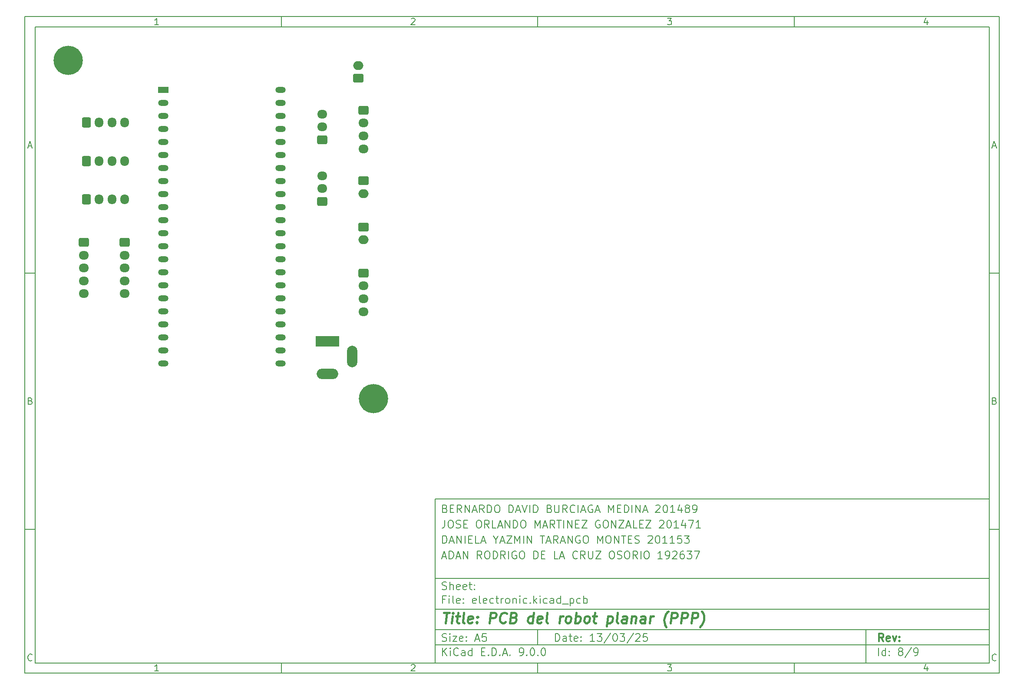
<source format=gbr>
%TF.GenerationSoftware,KiCad,Pcbnew,9.0.0*%
%TF.CreationDate,2025-03-13T19:48:29-06:00*%
%TF.ProjectId,electronic,656c6563-7472-46f6-9e69-632e6b696361,rev?*%
%TF.SameCoordinates,Original*%
%TF.FileFunction,Soldermask,Bot*%
%TF.FilePolarity,Negative*%
%FSLAX46Y46*%
G04 Gerber Fmt 4.6, Leading zero omitted, Abs format (unit mm)*
G04 Created by KiCad (PCBNEW 9.0.0) date 2025-03-13 19:48:29*
%MOMM*%
%LPD*%
G01*
G04 APERTURE LIST*
G04 Aperture macros list*
%AMRoundRect*
0 Rectangle with rounded corners*
0 $1 Rounding radius*
0 $2 $3 $4 $5 $6 $7 $8 $9 X,Y pos of 4 corners*
0 Add a 4 corners polygon primitive as box body*
4,1,4,$2,$3,$4,$5,$6,$7,$8,$9,$2,$3,0*
0 Add four circle primitives for the rounded corners*
1,1,$1+$1,$2,$3*
1,1,$1+$1,$4,$5*
1,1,$1+$1,$6,$7*
1,1,$1+$1,$8,$9*
0 Add four rect primitives between the rounded corners*
20,1,$1+$1,$2,$3,$4,$5,0*
20,1,$1+$1,$4,$5,$6,$7,0*
20,1,$1+$1,$6,$7,$8,$9,0*
20,1,$1+$1,$8,$9,$2,$3,0*%
G04 Aperture macros list end*
%ADD10C,0.100000*%
%ADD11C,0.150000*%
%ADD12C,0.300000*%
%ADD13C,0.400000*%
%ADD14RoundRect,0.250000X-0.725000X0.600000X-0.725000X-0.600000X0.725000X-0.600000X0.725000X0.600000X0*%
%ADD15O,1.950000X1.700000*%
%ADD16RoundRect,0.250000X-0.750000X0.600000X-0.750000X-0.600000X0.750000X-0.600000X0.750000X0.600000X0*%
%ADD17O,2.000000X1.700000*%
%ADD18RoundRect,0.250000X0.725000X-0.600000X0.725000X0.600000X-0.725000X0.600000X-0.725000X-0.600000X0*%
%ADD19RoundRect,0.250000X-0.600000X-0.725000X0.600000X-0.725000X0.600000X0.725000X-0.600000X0.725000X0*%
%ADD20O,1.700000X1.950000*%
%ADD21R,4.600000X2.000000*%
%ADD22O,4.200000X2.000000*%
%ADD23O,2.000000X4.200000*%
%ADD24R,2.000000X1.200000*%
%ADD25O,2.000000X1.200000*%
%ADD26C,3.600000*%
%ADD27C,5.700000*%
%ADD28RoundRect,0.250000X0.750000X-0.600000X0.750000X0.600000X-0.750000X0.600000X-0.750000X-0.600000X0*%
G04 APERTURE END LIST*
D10*
D11*
X90007200Y-104005800D02*
X198007200Y-104005800D01*
X198007200Y-136005800D01*
X90007200Y-136005800D01*
X90007200Y-104005800D01*
D10*
D11*
X10000000Y-10000000D02*
X200007200Y-10000000D01*
X200007200Y-138005800D01*
X10000000Y-138005800D01*
X10000000Y-10000000D01*
D10*
D11*
X12000000Y-12000000D02*
X198007200Y-12000000D01*
X198007200Y-136005800D01*
X12000000Y-136005800D01*
X12000000Y-12000000D01*
D10*
D11*
X60000000Y-12000000D02*
X60000000Y-10000000D01*
D10*
D11*
X110000000Y-12000000D02*
X110000000Y-10000000D01*
D10*
D11*
X160000000Y-12000000D02*
X160000000Y-10000000D01*
D10*
D11*
X36089160Y-11593604D02*
X35346303Y-11593604D01*
X35717731Y-11593604D02*
X35717731Y-10293604D01*
X35717731Y-10293604D02*
X35593922Y-10479319D01*
X35593922Y-10479319D02*
X35470112Y-10603128D01*
X35470112Y-10603128D02*
X35346303Y-10665033D01*
D10*
D11*
X85346303Y-10417414D02*
X85408207Y-10355509D01*
X85408207Y-10355509D02*
X85532017Y-10293604D01*
X85532017Y-10293604D02*
X85841541Y-10293604D01*
X85841541Y-10293604D02*
X85965350Y-10355509D01*
X85965350Y-10355509D02*
X86027255Y-10417414D01*
X86027255Y-10417414D02*
X86089160Y-10541223D01*
X86089160Y-10541223D02*
X86089160Y-10665033D01*
X86089160Y-10665033D02*
X86027255Y-10850747D01*
X86027255Y-10850747D02*
X85284398Y-11593604D01*
X85284398Y-11593604D02*
X86089160Y-11593604D01*
D10*
D11*
X135284398Y-10293604D02*
X136089160Y-10293604D01*
X136089160Y-10293604D02*
X135655826Y-10788842D01*
X135655826Y-10788842D02*
X135841541Y-10788842D01*
X135841541Y-10788842D02*
X135965350Y-10850747D01*
X135965350Y-10850747D02*
X136027255Y-10912652D01*
X136027255Y-10912652D02*
X136089160Y-11036461D01*
X136089160Y-11036461D02*
X136089160Y-11345985D01*
X136089160Y-11345985D02*
X136027255Y-11469795D01*
X136027255Y-11469795D02*
X135965350Y-11531700D01*
X135965350Y-11531700D02*
X135841541Y-11593604D01*
X135841541Y-11593604D02*
X135470112Y-11593604D01*
X135470112Y-11593604D02*
X135346303Y-11531700D01*
X135346303Y-11531700D02*
X135284398Y-11469795D01*
D10*
D11*
X185965350Y-10726938D02*
X185965350Y-11593604D01*
X185655826Y-10231700D02*
X185346303Y-11160271D01*
X185346303Y-11160271D02*
X186151064Y-11160271D01*
D10*
D11*
X60000000Y-136005800D02*
X60000000Y-138005800D01*
D10*
D11*
X110000000Y-136005800D02*
X110000000Y-138005800D01*
D10*
D11*
X160000000Y-136005800D02*
X160000000Y-138005800D01*
D10*
D11*
X36089160Y-137599404D02*
X35346303Y-137599404D01*
X35717731Y-137599404D02*
X35717731Y-136299404D01*
X35717731Y-136299404D02*
X35593922Y-136485119D01*
X35593922Y-136485119D02*
X35470112Y-136608928D01*
X35470112Y-136608928D02*
X35346303Y-136670833D01*
D10*
D11*
X85346303Y-136423214D02*
X85408207Y-136361309D01*
X85408207Y-136361309D02*
X85532017Y-136299404D01*
X85532017Y-136299404D02*
X85841541Y-136299404D01*
X85841541Y-136299404D02*
X85965350Y-136361309D01*
X85965350Y-136361309D02*
X86027255Y-136423214D01*
X86027255Y-136423214D02*
X86089160Y-136547023D01*
X86089160Y-136547023D02*
X86089160Y-136670833D01*
X86089160Y-136670833D02*
X86027255Y-136856547D01*
X86027255Y-136856547D02*
X85284398Y-137599404D01*
X85284398Y-137599404D02*
X86089160Y-137599404D01*
D10*
D11*
X135284398Y-136299404D02*
X136089160Y-136299404D01*
X136089160Y-136299404D02*
X135655826Y-136794642D01*
X135655826Y-136794642D02*
X135841541Y-136794642D01*
X135841541Y-136794642D02*
X135965350Y-136856547D01*
X135965350Y-136856547D02*
X136027255Y-136918452D01*
X136027255Y-136918452D02*
X136089160Y-137042261D01*
X136089160Y-137042261D02*
X136089160Y-137351785D01*
X136089160Y-137351785D02*
X136027255Y-137475595D01*
X136027255Y-137475595D02*
X135965350Y-137537500D01*
X135965350Y-137537500D02*
X135841541Y-137599404D01*
X135841541Y-137599404D02*
X135470112Y-137599404D01*
X135470112Y-137599404D02*
X135346303Y-137537500D01*
X135346303Y-137537500D02*
X135284398Y-137475595D01*
D10*
D11*
X185965350Y-136732738D02*
X185965350Y-137599404D01*
X185655826Y-136237500D02*
X185346303Y-137166071D01*
X185346303Y-137166071D02*
X186151064Y-137166071D01*
D10*
D11*
X10000000Y-60000000D02*
X12000000Y-60000000D01*
D10*
D11*
X10000000Y-110000000D02*
X12000000Y-110000000D01*
D10*
D11*
X10690476Y-35222176D02*
X11309523Y-35222176D01*
X10566666Y-35593604D02*
X10999999Y-34293604D01*
X10999999Y-34293604D02*
X11433333Y-35593604D01*
D10*
D11*
X11092857Y-84912652D02*
X11278571Y-84974557D01*
X11278571Y-84974557D02*
X11340476Y-85036461D01*
X11340476Y-85036461D02*
X11402380Y-85160271D01*
X11402380Y-85160271D02*
X11402380Y-85345985D01*
X11402380Y-85345985D02*
X11340476Y-85469795D01*
X11340476Y-85469795D02*
X11278571Y-85531700D01*
X11278571Y-85531700D02*
X11154761Y-85593604D01*
X11154761Y-85593604D02*
X10659523Y-85593604D01*
X10659523Y-85593604D02*
X10659523Y-84293604D01*
X10659523Y-84293604D02*
X11092857Y-84293604D01*
X11092857Y-84293604D02*
X11216666Y-84355509D01*
X11216666Y-84355509D02*
X11278571Y-84417414D01*
X11278571Y-84417414D02*
X11340476Y-84541223D01*
X11340476Y-84541223D02*
X11340476Y-84665033D01*
X11340476Y-84665033D02*
X11278571Y-84788842D01*
X11278571Y-84788842D02*
X11216666Y-84850747D01*
X11216666Y-84850747D02*
X11092857Y-84912652D01*
X11092857Y-84912652D02*
X10659523Y-84912652D01*
D10*
D11*
X11402380Y-135469795D02*
X11340476Y-135531700D01*
X11340476Y-135531700D02*
X11154761Y-135593604D01*
X11154761Y-135593604D02*
X11030952Y-135593604D01*
X11030952Y-135593604D02*
X10845238Y-135531700D01*
X10845238Y-135531700D02*
X10721428Y-135407890D01*
X10721428Y-135407890D02*
X10659523Y-135284080D01*
X10659523Y-135284080D02*
X10597619Y-135036461D01*
X10597619Y-135036461D02*
X10597619Y-134850747D01*
X10597619Y-134850747D02*
X10659523Y-134603128D01*
X10659523Y-134603128D02*
X10721428Y-134479319D01*
X10721428Y-134479319D02*
X10845238Y-134355509D01*
X10845238Y-134355509D02*
X11030952Y-134293604D01*
X11030952Y-134293604D02*
X11154761Y-134293604D01*
X11154761Y-134293604D02*
X11340476Y-134355509D01*
X11340476Y-134355509D02*
X11402380Y-134417414D01*
D10*
D11*
X200007200Y-60000000D02*
X198007200Y-60000000D01*
D10*
D11*
X200007200Y-110000000D02*
X198007200Y-110000000D01*
D10*
D11*
X198697676Y-35222176D02*
X199316723Y-35222176D01*
X198573866Y-35593604D02*
X199007199Y-34293604D01*
X199007199Y-34293604D02*
X199440533Y-35593604D01*
D10*
D11*
X199100057Y-84912652D02*
X199285771Y-84974557D01*
X199285771Y-84974557D02*
X199347676Y-85036461D01*
X199347676Y-85036461D02*
X199409580Y-85160271D01*
X199409580Y-85160271D02*
X199409580Y-85345985D01*
X199409580Y-85345985D02*
X199347676Y-85469795D01*
X199347676Y-85469795D02*
X199285771Y-85531700D01*
X199285771Y-85531700D02*
X199161961Y-85593604D01*
X199161961Y-85593604D02*
X198666723Y-85593604D01*
X198666723Y-85593604D02*
X198666723Y-84293604D01*
X198666723Y-84293604D02*
X199100057Y-84293604D01*
X199100057Y-84293604D02*
X199223866Y-84355509D01*
X199223866Y-84355509D02*
X199285771Y-84417414D01*
X199285771Y-84417414D02*
X199347676Y-84541223D01*
X199347676Y-84541223D02*
X199347676Y-84665033D01*
X199347676Y-84665033D02*
X199285771Y-84788842D01*
X199285771Y-84788842D02*
X199223866Y-84850747D01*
X199223866Y-84850747D02*
X199100057Y-84912652D01*
X199100057Y-84912652D02*
X198666723Y-84912652D01*
D10*
D11*
X199409580Y-135469795D02*
X199347676Y-135531700D01*
X199347676Y-135531700D02*
X199161961Y-135593604D01*
X199161961Y-135593604D02*
X199038152Y-135593604D01*
X199038152Y-135593604D02*
X198852438Y-135531700D01*
X198852438Y-135531700D02*
X198728628Y-135407890D01*
X198728628Y-135407890D02*
X198666723Y-135284080D01*
X198666723Y-135284080D02*
X198604819Y-135036461D01*
X198604819Y-135036461D02*
X198604819Y-134850747D01*
X198604819Y-134850747D02*
X198666723Y-134603128D01*
X198666723Y-134603128D02*
X198728628Y-134479319D01*
X198728628Y-134479319D02*
X198852438Y-134355509D01*
X198852438Y-134355509D02*
X199038152Y-134293604D01*
X199038152Y-134293604D02*
X199161961Y-134293604D01*
X199161961Y-134293604D02*
X199347676Y-134355509D01*
X199347676Y-134355509D02*
X199409580Y-134417414D01*
D10*
D11*
X113463026Y-131791928D02*
X113463026Y-130291928D01*
X113463026Y-130291928D02*
X113820169Y-130291928D01*
X113820169Y-130291928D02*
X114034455Y-130363357D01*
X114034455Y-130363357D02*
X114177312Y-130506214D01*
X114177312Y-130506214D02*
X114248741Y-130649071D01*
X114248741Y-130649071D02*
X114320169Y-130934785D01*
X114320169Y-130934785D02*
X114320169Y-131149071D01*
X114320169Y-131149071D02*
X114248741Y-131434785D01*
X114248741Y-131434785D02*
X114177312Y-131577642D01*
X114177312Y-131577642D02*
X114034455Y-131720500D01*
X114034455Y-131720500D02*
X113820169Y-131791928D01*
X113820169Y-131791928D02*
X113463026Y-131791928D01*
X115605884Y-131791928D02*
X115605884Y-131006214D01*
X115605884Y-131006214D02*
X115534455Y-130863357D01*
X115534455Y-130863357D02*
X115391598Y-130791928D01*
X115391598Y-130791928D02*
X115105884Y-130791928D01*
X115105884Y-130791928D02*
X114963026Y-130863357D01*
X115605884Y-131720500D02*
X115463026Y-131791928D01*
X115463026Y-131791928D02*
X115105884Y-131791928D01*
X115105884Y-131791928D02*
X114963026Y-131720500D01*
X114963026Y-131720500D02*
X114891598Y-131577642D01*
X114891598Y-131577642D02*
X114891598Y-131434785D01*
X114891598Y-131434785D02*
X114963026Y-131291928D01*
X114963026Y-131291928D02*
X115105884Y-131220500D01*
X115105884Y-131220500D02*
X115463026Y-131220500D01*
X115463026Y-131220500D02*
X115605884Y-131149071D01*
X116105884Y-130791928D02*
X116677312Y-130791928D01*
X116320169Y-130291928D02*
X116320169Y-131577642D01*
X116320169Y-131577642D02*
X116391598Y-131720500D01*
X116391598Y-131720500D02*
X116534455Y-131791928D01*
X116534455Y-131791928D02*
X116677312Y-131791928D01*
X117748741Y-131720500D02*
X117605884Y-131791928D01*
X117605884Y-131791928D02*
X117320170Y-131791928D01*
X117320170Y-131791928D02*
X117177312Y-131720500D01*
X117177312Y-131720500D02*
X117105884Y-131577642D01*
X117105884Y-131577642D02*
X117105884Y-131006214D01*
X117105884Y-131006214D02*
X117177312Y-130863357D01*
X117177312Y-130863357D02*
X117320170Y-130791928D01*
X117320170Y-130791928D02*
X117605884Y-130791928D01*
X117605884Y-130791928D02*
X117748741Y-130863357D01*
X117748741Y-130863357D02*
X117820170Y-131006214D01*
X117820170Y-131006214D02*
X117820170Y-131149071D01*
X117820170Y-131149071D02*
X117105884Y-131291928D01*
X118463026Y-131649071D02*
X118534455Y-131720500D01*
X118534455Y-131720500D02*
X118463026Y-131791928D01*
X118463026Y-131791928D02*
X118391598Y-131720500D01*
X118391598Y-131720500D02*
X118463026Y-131649071D01*
X118463026Y-131649071D02*
X118463026Y-131791928D01*
X118463026Y-130863357D02*
X118534455Y-130934785D01*
X118534455Y-130934785D02*
X118463026Y-131006214D01*
X118463026Y-131006214D02*
X118391598Y-130934785D01*
X118391598Y-130934785D02*
X118463026Y-130863357D01*
X118463026Y-130863357D02*
X118463026Y-131006214D01*
X121105884Y-131791928D02*
X120248741Y-131791928D01*
X120677312Y-131791928D02*
X120677312Y-130291928D01*
X120677312Y-130291928D02*
X120534455Y-130506214D01*
X120534455Y-130506214D02*
X120391598Y-130649071D01*
X120391598Y-130649071D02*
X120248741Y-130720500D01*
X121605883Y-130291928D02*
X122534455Y-130291928D01*
X122534455Y-130291928D02*
X122034455Y-130863357D01*
X122034455Y-130863357D02*
X122248740Y-130863357D01*
X122248740Y-130863357D02*
X122391598Y-130934785D01*
X122391598Y-130934785D02*
X122463026Y-131006214D01*
X122463026Y-131006214D02*
X122534455Y-131149071D01*
X122534455Y-131149071D02*
X122534455Y-131506214D01*
X122534455Y-131506214D02*
X122463026Y-131649071D01*
X122463026Y-131649071D02*
X122391598Y-131720500D01*
X122391598Y-131720500D02*
X122248740Y-131791928D01*
X122248740Y-131791928D02*
X121820169Y-131791928D01*
X121820169Y-131791928D02*
X121677312Y-131720500D01*
X121677312Y-131720500D02*
X121605883Y-131649071D01*
X124248740Y-130220500D02*
X122963026Y-132149071D01*
X125034455Y-130291928D02*
X125177312Y-130291928D01*
X125177312Y-130291928D02*
X125320169Y-130363357D01*
X125320169Y-130363357D02*
X125391598Y-130434785D01*
X125391598Y-130434785D02*
X125463026Y-130577642D01*
X125463026Y-130577642D02*
X125534455Y-130863357D01*
X125534455Y-130863357D02*
X125534455Y-131220500D01*
X125534455Y-131220500D02*
X125463026Y-131506214D01*
X125463026Y-131506214D02*
X125391598Y-131649071D01*
X125391598Y-131649071D02*
X125320169Y-131720500D01*
X125320169Y-131720500D02*
X125177312Y-131791928D01*
X125177312Y-131791928D02*
X125034455Y-131791928D01*
X125034455Y-131791928D02*
X124891598Y-131720500D01*
X124891598Y-131720500D02*
X124820169Y-131649071D01*
X124820169Y-131649071D02*
X124748740Y-131506214D01*
X124748740Y-131506214D02*
X124677312Y-131220500D01*
X124677312Y-131220500D02*
X124677312Y-130863357D01*
X124677312Y-130863357D02*
X124748740Y-130577642D01*
X124748740Y-130577642D02*
X124820169Y-130434785D01*
X124820169Y-130434785D02*
X124891598Y-130363357D01*
X124891598Y-130363357D02*
X125034455Y-130291928D01*
X126034454Y-130291928D02*
X126963026Y-130291928D01*
X126963026Y-130291928D02*
X126463026Y-130863357D01*
X126463026Y-130863357D02*
X126677311Y-130863357D01*
X126677311Y-130863357D02*
X126820169Y-130934785D01*
X126820169Y-130934785D02*
X126891597Y-131006214D01*
X126891597Y-131006214D02*
X126963026Y-131149071D01*
X126963026Y-131149071D02*
X126963026Y-131506214D01*
X126963026Y-131506214D02*
X126891597Y-131649071D01*
X126891597Y-131649071D02*
X126820169Y-131720500D01*
X126820169Y-131720500D02*
X126677311Y-131791928D01*
X126677311Y-131791928D02*
X126248740Y-131791928D01*
X126248740Y-131791928D02*
X126105883Y-131720500D01*
X126105883Y-131720500D02*
X126034454Y-131649071D01*
X128677311Y-130220500D02*
X127391597Y-132149071D01*
X129105883Y-130434785D02*
X129177311Y-130363357D01*
X129177311Y-130363357D02*
X129320169Y-130291928D01*
X129320169Y-130291928D02*
X129677311Y-130291928D01*
X129677311Y-130291928D02*
X129820169Y-130363357D01*
X129820169Y-130363357D02*
X129891597Y-130434785D01*
X129891597Y-130434785D02*
X129963026Y-130577642D01*
X129963026Y-130577642D02*
X129963026Y-130720500D01*
X129963026Y-130720500D02*
X129891597Y-130934785D01*
X129891597Y-130934785D02*
X129034454Y-131791928D01*
X129034454Y-131791928D02*
X129963026Y-131791928D01*
X131320168Y-130291928D02*
X130605882Y-130291928D01*
X130605882Y-130291928D02*
X130534454Y-131006214D01*
X130534454Y-131006214D02*
X130605882Y-130934785D01*
X130605882Y-130934785D02*
X130748740Y-130863357D01*
X130748740Y-130863357D02*
X131105882Y-130863357D01*
X131105882Y-130863357D02*
X131248740Y-130934785D01*
X131248740Y-130934785D02*
X131320168Y-131006214D01*
X131320168Y-131006214D02*
X131391597Y-131149071D01*
X131391597Y-131149071D02*
X131391597Y-131506214D01*
X131391597Y-131506214D02*
X131320168Y-131649071D01*
X131320168Y-131649071D02*
X131248740Y-131720500D01*
X131248740Y-131720500D02*
X131105882Y-131791928D01*
X131105882Y-131791928D02*
X130748740Y-131791928D01*
X130748740Y-131791928D02*
X130605882Y-131720500D01*
X130605882Y-131720500D02*
X130534454Y-131649071D01*
D10*
D11*
X90007200Y-132505800D02*
X198007200Y-132505800D01*
D10*
D11*
X91463026Y-134591928D02*
X91463026Y-133091928D01*
X92320169Y-134591928D02*
X91677312Y-133734785D01*
X92320169Y-133091928D02*
X91463026Y-133949071D01*
X92963026Y-134591928D02*
X92963026Y-133591928D01*
X92963026Y-133091928D02*
X92891598Y-133163357D01*
X92891598Y-133163357D02*
X92963026Y-133234785D01*
X92963026Y-133234785D02*
X93034455Y-133163357D01*
X93034455Y-133163357D02*
X92963026Y-133091928D01*
X92963026Y-133091928D02*
X92963026Y-133234785D01*
X94534455Y-134449071D02*
X94463027Y-134520500D01*
X94463027Y-134520500D02*
X94248741Y-134591928D01*
X94248741Y-134591928D02*
X94105884Y-134591928D01*
X94105884Y-134591928D02*
X93891598Y-134520500D01*
X93891598Y-134520500D02*
X93748741Y-134377642D01*
X93748741Y-134377642D02*
X93677312Y-134234785D01*
X93677312Y-134234785D02*
X93605884Y-133949071D01*
X93605884Y-133949071D02*
X93605884Y-133734785D01*
X93605884Y-133734785D02*
X93677312Y-133449071D01*
X93677312Y-133449071D02*
X93748741Y-133306214D01*
X93748741Y-133306214D02*
X93891598Y-133163357D01*
X93891598Y-133163357D02*
X94105884Y-133091928D01*
X94105884Y-133091928D02*
X94248741Y-133091928D01*
X94248741Y-133091928D02*
X94463027Y-133163357D01*
X94463027Y-133163357D02*
X94534455Y-133234785D01*
X95820170Y-134591928D02*
X95820170Y-133806214D01*
X95820170Y-133806214D02*
X95748741Y-133663357D01*
X95748741Y-133663357D02*
X95605884Y-133591928D01*
X95605884Y-133591928D02*
X95320170Y-133591928D01*
X95320170Y-133591928D02*
X95177312Y-133663357D01*
X95820170Y-134520500D02*
X95677312Y-134591928D01*
X95677312Y-134591928D02*
X95320170Y-134591928D01*
X95320170Y-134591928D02*
X95177312Y-134520500D01*
X95177312Y-134520500D02*
X95105884Y-134377642D01*
X95105884Y-134377642D02*
X95105884Y-134234785D01*
X95105884Y-134234785D02*
X95177312Y-134091928D01*
X95177312Y-134091928D02*
X95320170Y-134020500D01*
X95320170Y-134020500D02*
X95677312Y-134020500D01*
X95677312Y-134020500D02*
X95820170Y-133949071D01*
X97177313Y-134591928D02*
X97177313Y-133091928D01*
X97177313Y-134520500D02*
X97034455Y-134591928D01*
X97034455Y-134591928D02*
X96748741Y-134591928D01*
X96748741Y-134591928D02*
X96605884Y-134520500D01*
X96605884Y-134520500D02*
X96534455Y-134449071D01*
X96534455Y-134449071D02*
X96463027Y-134306214D01*
X96463027Y-134306214D02*
X96463027Y-133877642D01*
X96463027Y-133877642D02*
X96534455Y-133734785D01*
X96534455Y-133734785D02*
X96605884Y-133663357D01*
X96605884Y-133663357D02*
X96748741Y-133591928D01*
X96748741Y-133591928D02*
X97034455Y-133591928D01*
X97034455Y-133591928D02*
X97177313Y-133663357D01*
X99034455Y-133806214D02*
X99534455Y-133806214D01*
X99748741Y-134591928D02*
X99034455Y-134591928D01*
X99034455Y-134591928D02*
X99034455Y-133091928D01*
X99034455Y-133091928D02*
X99748741Y-133091928D01*
X100391598Y-134449071D02*
X100463027Y-134520500D01*
X100463027Y-134520500D02*
X100391598Y-134591928D01*
X100391598Y-134591928D02*
X100320170Y-134520500D01*
X100320170Y-134520500D02*
X100391598Y-134449071D01*
X100391598Y-134449071D02*
X100391598Y-134591928D01*
X101105884Y-134591928D02*
X101105884Y-133091928D01*
X101105884Y-133091928D02*
X101463027Y-133091928D01*
X101463027Y-133091928D02*
X101677313Y-133163357D01*
X101677313Y-133163357D02*
X101820170Y-133306214D01*
X101820170Y-133306214D02*
X101891599Y-133449071D01*
X101891599Y-133449071D02*
X101963027Y-133734785D01*
X101963027Y-133734785D02*
X101963027Y-133949071D01*
X101963027Y-133949071D02*
X101891599Y-134234785D01*
X101891599Y-134234785D02*
X101820170Y-134377642D01*
X101820170Y-134377642D02*
X101677313Y-134520500D01*
X101677313Y-134520500D02*
X101463027Y-134591928D01*
X101463027Y-134591928D02*
X101105884Y-134591928D01*
X102605884Y-134449071D02*
X102677313Y-134520500D01*
X102677313Y-134520500D02*
X102605884Y-134591928D01*
X102605884Y-134591928D02*
X102534456Y-134520500D01*
X102534456Y-134520500D02*
X102605884Y-134449071D01*
X102605884Y-134449071D02*
X102605884Y-134591928D01*
X103248742Y-134163357D02*
X103963028Y-134163357D01*
X103105885Y-134591928D02*
X103605885Y-133091928D01*
X103605885Y-133091928D02*
X104105885Y-134591928D01*
X104605884Y-134449071D02*
X104677313Y-134520500D01*
X104677313Y-134520500D02*
X104605884Y-134591928D01*
X104605884Y-134591928D02*
X104534456Y-134520500D01*
X104534456Y-134520500D02*
X104605884Y-134449071D01*
X104605884Y-134449071D02*
X104605884Y-134591928D01*
X106534456Y-134591928D02*
X106820170Y-134591928D01*
X106820170Y-134591928D02*
X106963027Y-134520500D01*
X106963027Y-134520500D02*
X107034456Y-134449071D01*
X107034456Y-134449071D02*
X107177313Y-134234785D01*
X107177313Y-134234785D02*
X107248742Y-133949071D01*
X107248742Y-133949071D02*
X107248742Y-133377642D01*
X107248742Y-133377642D02*
X107177313Y-133234785D01*
X107177313Y-133234785D02*
X107105885Y-133163357D01*
X107105885Y-133163357D02*
X106963027Y-133091928D01*
X106963027Y-133091928D02*
X106677313Y-133091928D01*
X106677313Y-133091928D02*
X106534456Y-133163357D01*
X106534456Y-133163357D02*
X106463027Y-133234785D01*
X106463027Y-133234785D02*
X106391599Y-133377642D01*
X106391599Y-133377642D02*
X106391599Y-133734785D01*
X106391599Y-133734785D02*
X106463027Y-133877642D01*
X106463027Y-133877642D02*
X106534456Y-133949071D01*
X106534456Y-133949071D02*
X106677313Y-134020500D01*
X106677313Y-134020500D02*
X106963027Y-134020500D01*
X106963027Y-134020500D02*
X107105885Y-133949071D01*
X107105885Y-133949071D02*
X107177313Y-133877642D01*
X107177313Y-133877642D02*
X107248742Y-133734785D01*
X107891598Y-134449071D02*
X107963027Y-134520500D01*
X107963027Y-134520500D02*
X107891598Y-134591928D01*
X107891598Y-134591928D02*
X107820170Y-134520500D01*
X107820170Y-134520500D02*
X107891598Y-134449071D01*
X107891598Y-134449071D02*
X107891598Y-134591928D01*
X108891599Y-133091928D02*
X109034456Y-133091928D01*
X109034456Y-133091928D02*
X109177313Y-133163357D01*
X109177313Y-133163357D02*
X109248742Y-133234785D01*
X109248742Y-133234785D02*
X109320170Y-133377642D01*
X109320170Y-133377642D02*
X109391599Y-133663357D01*
X109391599Y-133663357D02*
X109391599Y-134020500D01*
X109391599Y-134020500D02*
X109320170Y-134306214D01*
X109320170Y-134306214D02*
X109248742Y-134449071D01*
X109248742Y-134449071D02*
X109177313Y-134520500D01*
X109177313Y-134520500D02*
X109034456Y-134591928D01*
X109034456Y-134591928D02*
X108891599Y-134591928D01*
X108891599Y-134591928D02*
X108748742Y-134520500D01*
X108748742Y-134520500D02*
X108677313Y-134449071D01*
X108677313Y-134449071D02*
X108605884Y-134306214D01*
X108605884Y-134306214D02*
X108534456Y-134020500D01*
X108534456Y-134020500D02*
X108534456Y-133663357D01*
X108534456Y-133663357D02*
X108605884Y-133377642D01*
X108605884Y-133377642D02*
X108677313Y-133234785D01*
X108677313Y-133234785D02*
X108748742Y-133163357D01*
X108748742Y-133163357D02*
X108891599Y-133091928D01*
X110034455Y-134449071D02*
X110105884Y-134520500D01*
X110105884Y-134520500D02*
X110034455Y-134591928D01*
X110034455Y-134591928D02*
X109963027Y-134520500D01*
X109963027Y-134520500D02*
X110034455Y-134449071D01*
X110034455Y-134449071D02*
X110034455Y-134591928D01*
X111034456Y-133091928D02*
X111177313Y-133091928D01*
X111177313Y-133091928D02*
X111320170Y-133163357D01*
X111320170Y-133163357D02*
X111391599Y-133234785D01*
X111391599Y-133234785D02*
X111463027Y-133377642D01*
X111463027Y-133377642D02*
X111534456Y-133663357D01*
X111534456Y-133663357D02*
X111534456Y-134020500D01*
X111534456Y-134020500D02*
X111463027Y-134306214D01*
X111463027Y-134306214D02*
X111391599Y-134449071D01*
X111391599Y-134449071D02*
X111320170Y-134520500D01*
X111320170Y-134520500D02*
X111177313Y-134591928D01*
X111177313Y-134591928D02*
X111034456Y-134591928D01*
X111034456Y-134591928D02*
X110891599Y-134520500D01*
X110891599Y-134520500D02*
X110820170Y-134449071D01*
X110820170Y-134449071D02*
X110748741Y-134306214D01*
X110748741Y-134306214D02*
X110677313Y-134020500D01*
X110677313Y-134020500D02*
X110677313Y-133663357D01*
X110677313Y-133663357D02*
X110748741Y-133377642D01*
X110748741Y-133377642D02*
X110820170Y-133234785D01*
X110820170Y-133234785D02*
X110891599Y-133163357D01*
X110891599Y-133163357D02*
X111034456Y-133091928D01*
D10*
D11*
X90007200Y-129505800D02*
X198007200Y-129505800D01*
D10*
D12*
X177418853Y-131784128D02*
X176918853Y-131069842D01*
X176561710Y-131784128D02*
X176561710Y-130284128D01*
X176561710Y-130284128D02*
X177133139Y-130284128D01*
X177133139Y-130284128D02*
X177275996Y-130355557D01*
X177275996Y-130355557D02*
X177347425Y-130426985D01*
X177347425Y-130426985D02*
X177418853Y-130569842D01*
X177418853Y-130569842D02*
X177418853Y-130784128D01*
X177418853Y-130784128D02*
X177347425Y-130926985D01*
X177347425Y-130926985D02*
X177275996Y-130998414D01*
X177275996Y-130998414D02*
X177133139Y-131069842D01*
X177133139Y-131069842D02*
X176561710Y-131069842D01*
X178633139Y-131712700D02*
X178490282Y-131784128D01*
X178490282Y-131784128D02*
X178204568Y-131784128D01*
X178204568Y-131784128D02*
X178061710Y-131712700D01*
X178061710Y-131712700D02*
X177990282Y-131569842D01*
X177990282Y-131569842D02*
X177990282Y-130998414D01*
X177990282Y-130998414D02*
X178061710Y-130855557D01*
X178061710Y-130855557D02*
X178204568Y-130784128D01*
X178204568Y-130784128D02*
X178490282Y-130784128D01*
X178490282Y-130784128D02*
X178633139Y-130855557D01*
X178633139Y-130855557D02*
X178704568Y-130998414D01*
X178704568Y-130998414D02*
X178704568Y-131141271D01*
X178704568Y-131141271D02*
X177990282Y-131284128D01*
X179204567Y-130784128D02*
X179561710Y-131784128D01*
X179561710Y-131784128D02*
X179918853Y-130784128D01*
X180490281Y-131641271D02*
X180561710Y-131712700D01*
X180561710Y-131712700D02*
X180490281Y-131784128D01*
X180490281Y-131784128D02*
X180418853Y-131712700D01*
X180418853Y-131712700D02*
X180490281Y-131641271D01*
X180490281Y-131641271D02*
X180490281Y-131784128D01*
X180490281Y-130855557D02*
X180561710Y-130926985D01*
X180561710Y-130926985D02*
X180490281Y-130998414D01*
X180490281Y-130998414D02*
X180418853Y-130926985D01*
X180418853Y-130926985D02*
X180490281Y-130855557D01*
X180490281Y-130855557D02*
X180490281Y-130998414D01*
D10*
D11*
X91391598Y-131720500D02*
X91605884Y-131791928D01*
X91605884Y-131791928D02*
X91963026Y-131791928D01*
X91963026Y-131791928D02*
X92105884Y-131720500D01*
X92105884Y-131720500D02*
X92177312Y-131649071D01*
X92177312Y-131649071D02*
X92248741Y-131506214D01*
X92248741Y-131506214D02*
X92248741Y-131363357D01*
X92248741Y-131363357D02*
X92177312Y-131220500D01*
X92177312Y-131220500D02*
X92105884Y-131149071D01*
X92105884Y-131149071D02*
X91963026Y-131077642D01*
X91963026Y-131077642D02*
X91677312Y-131006214D01*
X91677312Y-131006214D02*
X91534455Y-130934785D01*
X91534455Y-130934785D02*
X91463026Y-130863357D01*
X91463026Y-130863357D02*
X91391598Y-130720500D01*
X91391598Y-130720500D02*
X91391598Y-130577642D01*
X91391598Y-130577642D02*
X91463026Y-130434785D01*
X91463026Y-130434785D02*
X91534455Y-130363357D01*
X91534455Y-130363357D02*
X91677312Y-130291928D01*
X91677312Y-130291928D02*
X92034455Y-130291928D01*
X92034455Y-130291928D02*
X92248741Y-130363357D01*
X92891597Y-131791928D02*
X92891597Y-130791928D01*
X92891597Y-130291928D02*
X92820169Y-130363357D01*
X92820169Y-130363357D02*
X92891597Y-130434785D01*
X92891597Y-130434785D02*
X92963026Y-130363357D01*
X92963026Y-130363357D02*
X92891597Y-130291928D01*
X92891597Y-130291928D02*
X92891597Y-130434785D01*
X93463026Y-130791928D02*
X94248741Y-130791928D01*
X94248741Y-130791928D02*
X93463026Y-131791928D01*
X93463026Y-131791928D02*
X94248741Y-131791928D01*
X95391598Y-131720500D02*
X95248741Y-131791928D01*
X95248741Y-131791928D02*
X94963027Y-131791928D01*
X94963027Y-131791928D02*
X94820169Y-131720500D01*
X94820169Y-131720500D02*
X94748741Y-131577642D01*
X94748741Y-131577642D02*
X94748741Y-131006214D01*
X94748741Y-131006214D02*
X94820169Y-130863357D01*
X94820169Y-130863357D02*
X94963027Y-130791928D01*
X94963027Y-130791928D02*
X95248741Y-130791928D01*
X95248741Y-130791928D02*
X95391598Y-130863357D01*
X95391598Y-130863357D02*
X95463027Y-131006214D01*
X95463027Y-131006214D02*
X95463027Y-131149071D01*
X95463027Y-131149071D02*
X94748741Y-131291928D01*
X96105883Y-131649071D02*
X96177312Y-131720500D01*
X96177312Y-131720500D02*
X96105883Y-131791928D01*
X96105883Y-131791928D02*
X96034455Y-131720500D01*
X96034455Y-131720500D02*
X96105883Y-131649071D01*
X96105883Y-131649071D02*
X96105883Y-131791928D01*
X96105883Y-130863357D02*
X96177312Y-130934785D01*
X96177312Y-130934785D02*
X96105883Y-131006214D01*
X96105883Y-131006214D02*
X96034455Y-130934785D01*
X96034455Y-130934785D02*
X96105883Y-130863357D01*
X96105883Y-130863357D02*
X96105883Y-131006214D01*
X97891598Y-131363357D02*
X98605884Y-131363357D01*
X97748741Y-131791928D02*
X98248741Y-130291928D01*
X98248741Y-130291928D02*
X98748741Y-131791928D01*
X99963026Y-130291928D02*
X99248740Y-130291928D01*
X99248740Y-130291928D02*
X99177312Y-131006214D01*
X99177312Y-131006214D02*
X99248740Y-130934785D01*
X99248740Y-130934785D02*
X99391598Y-130863357D01*
X99391598Y-130863357D02*
X99748740Y-130863357D01*
X99748740Y-130863357D02*
X99891598Y-130934785D01*
X99891598Y-130934785D02*
X99963026Y-131006214D01*
X99963026Y-131006214D02*
X100034455Y-131149071D01*
X100034455Y-131149071D02*
X100034455Y-131506214D01*
X100034455Y-131506214D02*
X99963026Y-131649071D01*
X99963026Y-131649071D02*
X99891598Y-131720500D01*
X99891598Y-131720500D02*
X99748740Y-131791928D01*
X99748740Y-131791928D02*
X99391598Y-131791928D01*
X99391598Y-131791928D02*
X99248740Y-131720500D01*
X99248740Y-131720500D02*
X99177312Y-131649071D01*
D10*
D11*
X176463026Y-134591928D02*
X176463026Y-133091928D01*
X177820170Y-134591928D02*
X177820170Y-133091928D01*
X177820170Y-134520500D02*
X177677312Y-134591928D01*
X177677312Y-134591928D02*
X177391598Y-134591928D01*
X177391598Y-134591928D02*
X177248741Y-134520500D01*
X177248741Y-134520500D02*
X177177312Y-134449071D01*
X177177312Y-134449071D02*
X177105884Y-134306214D01*
X177105884Y-134306214D02*
X177105884Y-133877642D01*
X177105884Y-133877642D02*
X177177312Y-133734785D01*
X177177312Y-133734785D02*
X177248741Y-133663357D01*
X177248741Y-133663357D02*
X177391598Y-133591928D01*
X177391598Y-133591928D02*
X177677312Y-133591928D01*
X177677312Y-133591928D02*
X177820170Y-133663357D01*
X178534455Y-134449071D02*
X178605884Y-134520500D01*
X178605884Y-134520500D02*
X178534455Y-134591928D01*
X178534455Y-134591928D02*
X178463027Y-134520500D01*
X178463027Y-134520500D02*
X178534455Y-134449071D01*
X178534455Y-134449071D02*
X178534455Y-134591928D01*
X178534455Y-133663357D02*
X178605884Y-133734785D01*
X178605884Y-133734785D02*
X178534455Y-133806214D01*
X178534455Y-133806214D02*
X178463027Y-133734785D01*
X178463027Y-133734785D02*
X178534455Y-133663357D01*
X178534455Y-133663357D02*
X178534455Y-133806214D01*
X180605884Y-133734785D02*
X180463027Y-133663357D01*
X180463027Y-133663357D02*
X180391598Y-133591928D01*
X180391598Y-133591928D02*
X180320170Y-133449071D01*
X180320170Y-133449071D02*
X180320170Y-133377642D01*
X180320170Y-133377642D02*
X180391598Y-133234785D01*
X180391598Y-133234785D02*
X180463027Y-133163357D01*
X180463027Y-133163357D02*
X180605884Y-133091928D01*
X180605884Y-133091928D02*
X180891598Y-133091928D01*
X180891598Y-133091928D02*
X181034456Y-133163357D01*
X181034456Y-133163357D02*
X181105884Y-133234785D01*
X181105884Y-133234785D02*
X181177313Y-133377642D01*
X181177313Y-133377642D02*
X181177313Y-133449071D01*
X181177313Y-133449071D02*
X181105884Y-133591928D01*
X181105884Y-133591928D02*
X181034456Y-133663357D01*
X181034456Y-133663357D02*
X180891598Y-133734785D01*
X180891598Y-133734785D02*
X180605884Y-133734785D01*
X180605884Y-133734785D02*
X180463027Y-133806214D01*
X180463027Y-133806214D02*
X180391598Y-133877642D01*
X180391598Y-133877642D02*
X180320170Y-134020500D01*
X180320170Y-134020500D02*
X180320170Y-134306214D01*
X180320170Y-134306214D02*
X180391598Y-134449071D01*
X180391598Y-134449071D02*
X180463027Y-134520500D01*
X180463027Y-134520500D02*
X180605884Y-134591928D01*
X180605884Y-134591928D02*
X180891598Y-134591928D01*
X180891598Y-134591928D02*
X181034456Y-134520500D01*
X181034456Y-134520500D02*
X181105884Y-134449071D01*
X181105884Y-134449071D02*
X181177313Y-134306214D01*
X181177313Y-134306214D02*
X181177313Y-134020500D01*
X181177313Y-134020500D02*
X181105884Y-133877642D01*
X181105884Y-133877642D02*
X181034456Y-133806214D01*
X181034456Y-133806214D02*
X180891598Y-133734785D01*
X182891598Y-133020500D02*
X181605884Y-134949071D01*
X183463027Y-134591928D02*
X183748741Y-134591928D01*
X183748741Y-134591928D02*
X183891598Y-134520500D01*
X183891598Y-134520500D02*
X183963027Y-134449071D01*
X183963027Y-134449071D02*
X184105884Y-134234785D01*
X184105884Y-134234785D02*
X184177313Y-133949071D01*
X184177313Y-133949071D02*
X184177313Y-133377642D01*
X184177313Y-133377642D02*
X184105884Y-133234785D01*
X184105884Y-133234785D02*
X184034456Y-133163357D01*
X184034456Y-133163357D02*
X183891598Y-133091928D01*
X183891598Y-133091928D02*
X183605884Y-133091928D01*
X183605884Y-133091928D02*
X183463027Y-133163357D01*
X183463027Y-133163357D02*
X183391598Y-133234785D01*
X183391598Y-133234785D02*
X183320170Y-133377642D01*
X183320170Y-133377642D02*
X183320170Y-133734785D01*
X183320170Y-133734785D02*
X183391598Y-133877642D01*
X183391598Y-133877642D02*
X183463027Y-133949071D01*
X183463027Y-133949071D02*
X183605884Y-134020500D01*
X183605884Y-134020500D02*
X183891598Y-134020500D01*
X183891598Y-134020500D02*
X184034456Y-133949071D01*
X184034456Y-133949071D02*
X184105884Y-133877642D01*
X184105884Y-133877642D02*
X184177313Y-133734785D01*
D10*
D11*
X90007200Y-125505800D02*
X198007200Y-125505800D01*
D10*
D13*
X91698928Y-126210238D02*
X92841785Y-126210238D01*
X92020357Y-128210238D02*
X92270357Y-126210238D01*
X93258452Y-128210238D02*
X93425119Y-126876904D01*
X93508452Y-126210238D02*
X93401309Y-126305476D01*
X93401309Y-126305476D02*
X93484643Y-126400714D01*
X93484643Y-126400714D02*
X93591786Y-126305476D01*
X93591786Y-126305476D02*
X93508452Y-126210238D01*
X93508452Y-126210238D02*
X93484643Y-126400714D01*
X94091786Y-126876904D02*
X94853690Y-126876904D01*
X94460833Y-126210238D02*
X94246548Y-127924523D01*
X94246548Y-127924523D02*
X94317976Y-128115000D01*
X94317976Y-128115000D02*
X94496548Y-128210238D01*
X94496548Y-128210238D02*
X94687024Y-128210238D01*
X95639405Y-128210238D02*
X95460833Y-128115000D01*
X95460833Y-128115000D02*
X95389405Y-127924523D01*
X95389405Y-127924523D02*
X95603690Y-126210238D01*
X97175119Y-128115000D02*
X96972738Y-128210238D01*
X96972738Y-128210238D02*
X96591785Y-128210238D01*
X96591785Y-128210238D02*
X96413214Y-128115000D01*
X96413214Y-128115000D02*
X96341785Y-127924523D01*
X96341785Y-127924523D02*
X96437024Y-127162619D01*
X96437024Y-127162619D02*
X96556071Y-126972142D01*
X96556071Y-126972142D02*
X96758452Y-126876904D01*
X96758452Y-126876904D02*
X97139404Y-126876904D01*
X97139404Y-126876904D02*
X97317976Y-126972142D01*
X97317976Y-126972142D02*
X97389404Y-127162619D01*
X97389404Y-127162619D02*
X97365595Y-127353095D01*
X97365595Y-127353095D02*
X96389404Y-127543571D01*
X98139405Y-128019761D02*
X98222738Y-128115000D01*
X98222738Y-128115000D02*
X98115595Y-128210238D01*
X98115595Y-128210238D02*
X98032262Y-128115000D01*
X98032262Y-128115000D02*
X98139405Y-128019761D01*
X98139405Y-128019761D02*
X98115595Y-128210238D01*
X98270357Y-126972142D02*
X98353690Y-127067380D01*
X98353690Y-127067380D02*
X98246548Y-127162619D01*
X98246548Y-127162619D02*
X98163214Y-127067380D01*
X98163214Y-127067380D02*
X98270357Y-126972142D01*
X98270357Y-126972142D02*
X98246548Y-127162619D01*
X100591786Y-128210238D02*
X100841786Y-126210238D01*
X100841786Y-126210238D02*
X101603691Y-126210238D01*
X101603691Y-126210238D02*
X101782262Y-126305476D01*
X101782262Y-126305476D02*
X101865596Y-126400714D01*
X101865596Y-126400714D02*
X101937024Y-126591190D01*
X101937024Y-126591190D02*
X101901310Y-126876904D01*
X101901310Y-126876904D02*
X101782262Y-127067380D01*
X101782262Y-127067380D02*
X101675120Y-127162619D01*
X101675120Y-127162619D02*
X101472739Y-127257857D01*
X101472739Y-127257857D02*
X100710834Y-127257857D01*
X103758453Y-128019761D02*
X103651310Y-128115000D01*
X103651310Y-128115000D02*
X103353691Y-128210238D01*
X103353691Y-128210238D02*
X103163215Y-128210238D01*
X103163215Y-128210238D02*
X102889405Y-128115000D01*
X102889405Y-128115000D02*
X102722739Y-127924523D01*
X102722739Y-127924523D02*
X102651310Y-127734047D01*
X102651310Y-127734047D02*
X102603691Y-127353095D01*
X102603691Y-127353095D02*
X102639405Y-127067380D01*
X102639405Y-127067380D02*
X102782262Y-126686428D01*
X102782262Y-126686428D02*
X102901310Y-126495952D01*
X102901310Y-126495952D02*
X103115596Y-126305476D01*
X103115596Y-126305476D02*
X103413215Y-126210238D01*
X103413215Y-126210238D02*
X103603691Y-126210238D01*
X103603691Y-126210238D02*
X103877501Y-126305476D01*
X103877501Y-126305476D02*
X103960834Y-126400714D01*
X105389405Y-127162619D02*
X105663215Y-127257857D01*
X105663215Y-127257857D02*
X105746548Y-127353095D01*
X105746548Y-127353095D02*
X105817977Y-127543571D01*
X105817977Y-127543571D02*
X105782262Y-127829285D01*
X105782262Y-127829285D02*
X105663215Y-128019761D01*
X105663215Y-128019761D02*
X105556072Y-128115000D01*
X105556072Y-128115000D02*
X105353691Y-128210238D01*
X105353691Y-128210238D02*
X104591786Y-128210238D01*
X104591786Y-128210238D02*
X104841786Y-126210238D01*
X104841786Y-126210238D02*
X105508453Y-126210238D01*
X105508453Y-126210238D02*
X105687024Y-126305476D01*
X105687024Y-126305476D02*
X105770358Y-126400714D01*
X105770358Y-126400714D02*
X105841786Y-126591190D01*
X105841786Y-126591190D02*
X105817977Y-126781666D01*
X105817977Y-126781666D02*
X105698929Y-126972142D01*
X105698929Y-126972142D02*
X105591786Y-127067380D01*
X105591786Y-127067380D02*
X105389405Y-127162619D01*
X105389405Y-127162619D02*
X104722739Y-127162619D01*
X108972739Y-128210238D02*
X109222739Y-126210238D01*
X108984644Y-128115000D02*
X108782263Y-128210238D01*
X108782263Y-128210238D02*
X108401311Y-128210238D01*
X108401311Y-128210238D02*
X108222739Y-128115000D01*
X108222739Y-128115000D02*
X108139406Y-128019761D01*
X108139406Y-128019761D02*
X108067977Y-127829285D01*
X108067977Y-127829285D02*
X108139406Y-127257857D01*
X108139406Y-127257857D02*
X108258453Y-127067380D01*
X108258453Y-127067380D02*
X108365596Y-126972142D01*
X108365596Y-126972142D02*
X108567977Y-126876904D01*
X108567977Y-126876904D02*
X108948930Y-126876904D01*
X108948930Y-126876904D02*
X109127501Y-126972142D01*
X110698930Y-128115000D02*
X110496549Y-128210238D01*
X110496549Y-128210238D02*
X110115596Y-128210238D01*
X110115596Y-128210238D02*
X109937025Y-128115000D01*
X109937025Y-128115000D02*
X109865596Y-127924523D01*
X109865596Y-127924523D02*
X109960835Y-127162619D01*
X109960835Y-127162619D02*
X110079882Y-126972142D01*
X110079882Y-126972142D02*
X110282263Y-126876904D01*
X110282263Y-126876904D02*
X110663215Y-126876904D01*
X110663215Y-126876904D02*
X110841787Y-126972142D01*
X110841787Y-126972142D02*
X110913215Y-127162619D01*
X110913215Y-127162619D02*
X110889406Y-127353095D01*
X110889406Y-127353095D02*
X109913215Y-127543571D01*
X111925121Y-128210238D02*
X111746549Y-128115000D01*
X111746549Y-128115000D02*
X111675121Y-127924523D01*
X111675121Y-127924523D02*
X111889406Y-126210238D01*
X114210835Y-128210238D02*
X114377502Y-126876904D01*
X114329883Y-127257857D02*
X114448930Y-127067380D01*
X114448930Y-127067380D02*
X114556073Y-126972142D01*
X114556073Y-126972142D02*
X114758454Y-126876904D01*
X114758454Y-126876904D02*
X114948930Y-126876904D01*
X115734645Y-128210238D02*
X115556073Y-128115000D01*
X115556073Y-128115000D02*
X115472740Y-128019761D01*
X115472740Y-128019761D02*
X115401311Y-127829285D01*
X115401311Y-127829285D02*
X115472740Y-127257857D01*
X115472740Y-127257857D02*
X115591787Y-127067380D01*
X115591787Y-127067380D02*
X115698930Y-126972142D01*
X115698930Y-126972142D02*
X115901311Y-126876904D01*
X115901311Y-126876904D02*
X116187025Y-126876904D01*
X116187025Y-126876904D02*
X116365597Y-126972142D01*
X116365597Y-126972142D02*
X116448930Y-127067380D01*
X116448930Y-127067380D02*
X116520359Y-127257857D01*
X116520359Y-127257857D02*
X116448930Y-127829285D01*
X116448930Y-127829285D02*
X116329883Y-128019761D01*
X116329883Y-128019761D02*
X116222740Y-128115000D01*
X116222740Y-128115000D02*
X116020359Y-128210238D01*
X116020359Y-128210238D02*
X115734645Y-128210238D01*
X117258454Y-128210238D02*
X117508454Y-126210238D01*
X117413216Y-126972142D02*
X117615597Y-126876904D01*
X117615597Y-126876904D02*
X117996549Y-126876904D01*
X117996549Y-126876904D02*
X118175121Y-126972142D01*
X118175121Y-126972142D02*
X118258454Y-127067380D01*
X118258454Y-127067380D02*
X118329883Y-127257857D01*
X118329883Y-127257857D02*
X118258454Y-127829285D01*
X118258454Y-127829285D02*
X118139407Y-128019761D01*
X118139407Y-128019761D02*
X118032264Y-128115000D01*
X118032264Y-128115000D02*
X117829883Y-128210238D01*
X117829883Y-128210238D02*
X117448930Y-128210238D01*
X117448930Y-128210238D02*
X117270359Y-128115000D01*
X119353693Y-128210238D02*
X119175121Y-128115000D01*
X119175121Y-128115000D02*
X119091788Y-128019761D01*
X119091788Y-128019761D02*
X119020359Y-127829285D01*
X119020359Y-127829285D02*
X119091788Y-127257857D01*
X119091788Y-127257857D02*
X119210835Y-127067380D01*
X119210835Y-127067380D02*
X119317978Y-126972142D01*
X119317978Y-126972142D02*
X119520359Y-126876904D01*
X119520359Y-126876904D02*
X119806073Y-126876904D01*
X119806073Y-126876904D02*
X119984645Y-126972142D01*
X119984645Y-126972142D02*
X120067978Y-127067380D01*
X120067978Y-127067380D02*
X120139407Y-127257857D01*
X120139407Y-127257857D02*
X120067978Y-127829285D01*
X120067978Y-127829285D02*
X119948931Y-128019761D01*
X119948931Y-128019761D02*
X119841788Y-128115000D01*
X119841788Y-128115000D02*
X119639407Y-128210238D01*
X119639407Y-128210238D02*
X119353693Y-128210238D01*
X120758455Y-126876904D02*
X121520359Y-126876904D01*
X121127502Y-126210238D02*
X120913217Y-127924523D01*
X120913217Y-127924523D02*
X120984645Y-128115000D01*
X120984645Y-128115000D02*
X121163217Y-128210238D01*
X121163217Y-128210238D02*
X121353693Y-128210238D01*
X123710836Y-126876904D02*
X123460836Y-128876904D01*
X123698931Y-126972142D02*
X123901312Y-126876904D01*
X123901312Y-126876904D02*
X124282264Y-126876904D01*
X124282264Y-126876904D02*
X124460836Y-126972142D01*
X124460836Y-126972142D02*
X124544169Y-127067380D01*
X124544169Y-127067380D02*
X124615598Y-127257857D01*
X124615598Y-127257857D02*
X124544169Y-127829285D01*
X124544169Y-127829285D02*
X124425122Y-128019761D01*
X124425122Y-128019761D02*
X124317979Y-128115000D01*
X124317979Y-128115000D02*
X124115598Y-128210238D01*
X124115598Y-128210238D02*
X123734645Y-128210238D01*
X123734645Y-128210238D02*
X123556074Y-128115000D01*
X125639408Y-128210238D02*
X125460836Y-128115000D01*
X125460836Y-128115000D02*
X125389408Y-127924523D01*
X125389408Y-127924523D02*
X125603693Y-126210238D01*
X127258455Y-128210238D02*
X127389407Y-127162619D01*
X127389407Y-127162619D02*
X127317979Y-126972142D01*
X127317979Y-126972142D02*
X127139407Y-126876904D01*
X127139407Y-126876904D02*
X126758455Y-126876904D01*
X126758455Y-126876904D02*
X126556074Y-126972142D01*
X127270360Y-128115000D02*
X127067979Y-128210238D01*
X127067979Y-128210238D02*
X126591788Y-128210238D01*
X126591788Y-128210238D02*
X126413217Y-128115000D01*
X126413217Y-128115000D02*
X126341788Y-127924523D01*
X126341788Y-127924523D02*
X126365598Y-127734047D01*
X126365598Y-127734047D02*
X126484646Y-127543571D01*
X126484646Y-127543571D02*
X126687027Y-127448333D01*
X126687027Y-127448333D02*
X127163217Y-127448333D01*
X127163217Y-127448333D02*
X127365598Y-127353095D01*
X128377503Y-126876904D02*
X128210836Y-128210238D01*
X128353693Y-127067380D02*
X128460836Y-126972142D01*
X128460836Y-126972142D02*
X128663217Y-126876904D01*
X128663217Y-126876904D02*
X128948931Y-126876904D01*
X128948931Y-126876904D02*
X129127503Y-126972142D01*
X129127503Y-126972142D02*
X129198931Y-127162619D01*
X129198931Y-127162619D02*
X129067979Y-128210238D01*
X130877503Y-128210238D02*
X131008455Y-127162619D01*
X131008455Y-127162619D02*
X130937027Y-126972142D01*
X130937027Y-126972142D02*
X130758455Y-126876904D01*
X130758455Y-126876904D02*
X130377503Y-126876904D01*
X130377503Y-126876904D02*
X130175122Y-126972142D01*
X130889408Y-128115000D02*
X130687027Y-128210238D01*
X130687027Y-128210238D02*
X130210836Y-128210238D01*
X130210836Y-128210238D02*
X130032265Y-128115000D01*
X130032265Y-128115000D02*
X129960836Y-127924523D01*
X129960836Y-127924523D02*
X129984646Y-127734047D01*
X129984646Y-127734047D02*
X130103694Y-127543571D01*
X130103694Y-127543571D02*
X130306075Y-127448333D01*
X130306075Y-127448333D02*
X130782265Y-127448333D01*
X130782265Y-127448333D02*
X130984646Y-127353095D01*
X131829884Y-128210238D02*
X131996551Y-126876904D01*
X131948932Y-127257857D02*
X132067979Y-127067380D01*
X132067979Y-127067380D02*
X132175122Y-126972142D01*
X132175122Y-126972142D02*
X132377503Y-126876904D01*
X132377503Y-126876904D02*
X132567979Y-126876904D01*
X135067980Y-128972142D02*
X134984646Y-128876904D01*
X134984646Y-128876904D02*
X134829884Y-128591190D01*
X134829884Y-128591190D02*
X134758456Y-128400714D01*
X134758456Y-128400714D02*
X134698932Y-128115000D01*
X134698932Y-128115000D02*
X134663218Y-127638809D01*
X134663218Y-127638809D02*
X134710837Y-127257857D01*
X134710837Y-127257857D02*
X134865599Y-126781666D01*
X134865599Y-126781666D02*
X134996551Y-126495952D01*
X134996551Y-126495952D02*
X135115599Y-126305476D01*
X135115599Y-126305476D02*
X135341789Y-126019761D01*
X135341789Y-126019761D02*
X135448932Y-125924523D01*
X135925122Y-128210238D02*
X136175122Y-126210238D01*
X136175122Y-126210238D02*
X136937027Y-126210238D01*
X136937027Y-126210238D02*
X137115598Y-126305476D01*
X137115598Y-126305476D02*
X137198932Y-126400714D01*
X137198932Y-126400714D02*
X137270360Y-126591190D01*
X137270360Y-126591190D02*
X137234646Y-126876904D01*
X137234646Y-126876904D02*
X137115598Y-127067380D01*
X137115598Y-127067380D02*
X137008456Y-127162619D01*
X137008456Y-127162619D02*
X136806075Y-127257857D01*
X136806075Y-127257857D02*
X136044170Y-127257857D01*
X137925122Y-128210238D02*
X138175122Y-126210238D01*
X138175122Y-126210238D02*
X138937027Y-126210238D01*
X138937027Y-126210238D02*
X139115598Y-126305476D01*
X139115598Y-126305476D02*
X139198932Y-126400714D01*
X139198932Y-126400714D02*
X139270360Y-126591190D01*
X139270360Y-126591190D02*
X139234646Y-126876904D01*
X139234646Y-126876904D02*
X139115598Y-127067380D01*
X139115598Y-127067380D02*
X139008456Y-127162619D01*
X139008456Y-127162619D02*
X138806075Y-127257857D01*
X138806075Y-127257857D02*
X138044170Y-127257857D01*
X139925122Y-128210238D02*
X140175122Y-126210238D01*
X140175122Y-126210238D02*
X140937027Y-126210238D01*
X140937027Y-126210238D02*
X141115598Y-126305476D01*
X141115598Y-126305476D02*
X141198932Y-126400714D01*
X141198932Y-126400714D02*
X141270360Y-126591190D01*
X141270360Y-126591190D02*
X141234646Y-126876904D01*
X141234646Y-126876904D02*
X141115598Y-127067380D01*
X141115598Y-127067380D02*
X141008456Y-127162619D01*
X141008456Y-127162619D02*
X140806075Y-127257857D01*
X140806075Y-127257857D02*
X140044170Y-127257857D01*
X141639408Y-128972142D02*
X141746551Y-128876904D01*
X141746551Y-128876904D02*
X141972741Y-128591190D01*
X141972741Y-128591190D02*
X142091789Y-128400714D01*
X142091789Y-128400714D02*
X142222741Y-128115000D01*
X142222741Y-128115000D02*
X142377503Y-127638809D01*
X142377503Y-127638809D02*
X142425122Y-127257857D01*
X142425122Y-127257857D02*
X142389408Y-126781666D01*
X142389408Y-126781666D02*
X142329884Y-126495952D01*
X142329884Y-126495952D02*
X142258456Y-126305476D01*
X142258456Y-126305476D02*
X142103694Y-126019761D01*
X142103694Y-126019761D02*
X142020360Y-125924523D01*
D10*
D11*
X91963026Y-123606214D02*
X91463026Y-123606214D01*
X91463026Y-124391928D02*
X91463026Y-122891928D01*
X91463026Y-122891928D02*
X92177312Y-122891928D01*
X92748740Y-124391928D02*
X92748740Y-123391928D01*
X92748740Y-122891928D02*
X92677312Y-122963357D01*
X92677312Y-122963357D02*
X92748740Y-123034785D01*
X92748740Y-123034785D02*
X92820169Y-122963357D01*
X92820169Y-122963357D02*
X92748740Y-122891928D01*
X92748740Y-122891928D02*
X92748740Y-123034785D01*
X93677312Y-124391928D02*
X93534455Y-124320500D01*
X93534455Y-124320500D02*
X93463026Y-124177642D01*
X93463026Y-124177642D02*
X93463026Y-122891928D01*
X94820169Y-124320500D02*
X94677312Y-124391928D01*
X94677312Y-124391928D02*
X94391598Y-124391928D01*
X94391598Y-124391928D02*
X94248740Y-124320500D01*
X94248740Y-124320500D02*
X94177312Y-124177642D01*
X94177312Y-124177642D02*
X94177312Y-123606214D01*
X94177312Y-123606214D02*
X94248740Y-123463357D01*
X94248740Y-123463357D02*
X94391598Y-123391928D01*
X94391598Y-123391928D02*
X94677312Y-123391928D01*
X94677312Y-123391928D02*
X94820169Y-123463357D01*
X94820169Y-123463357D02*
X94891598Y-123606214D01*
X94891598Y-123606214D02*
X94891598Y-123749071D01*
X94891598Y-123749071D02*
X94177312Y-123891928D01*
X95534454Y-124249071D02*
X95605883Y-124320500D01*
X95605883Y-124320500D02*
X95534454Y-124391928D01*
X95534454Y-124391928D02*
X95463026Y-124320500D01*
X95463026Y-124320500D02*
X95534454Y-124249071D01*
X95534454Y-124249071D02*
X95534454Y-124391928D01*
X95534454Y-123463357D02*
X95605883Y-123534785D01*
X95605883Y-123534785D02*
X95534454Y-123606214D01*
X95534454Y-123606214D02*
X95463026Y-123534785D01*
X95463026Y-123534785D02*
X95534454Y-123463357D01*
X95534454Y-123463357D02*
X95534454Y-123606214D01*
X97963026Y-124320500D02*
X97820169Y-124391928D01*
X97820169Y-124391928D02*
X97534455Y-124391928D01*
X97534455Y-124391928D02*
X97391597Y-124320500D01*
X97391597Y-124320500D02*
X97320169Y-124177642D01*
X97320169Y-124177642D02*
X97320169Y-123606214D01*
X97320169Y-123606214D02*
X97391597Y-123463357D01*
X97391597Y-123463357D02*
X97534455Y-123391928D01*
X97534455Y-123391928D02*
X97820169Y-123391928D01*
X97820169Y-123391928D02*
X97963026Y-123463357D01*
X97963026Y-123463357D02*
X98034455Y-123606214D01*
X98034455Y-123606214D02*
X98034455Y-123749071D01*
X98034455Y-123749071D02*
X97320169Y-123891928D01*
X98891597Y-124391928D02*
X98748740Y-124320500D01*
X98748740Y-124320500D02*
X98677311Y-124177642D01*
X98677311Y-124177642D02*
X98677311Y-122891928D01*
X100034454Y-124320500D02*
X99891597Y-124391928D01*
X99891597Y-124391928D02*
X99605883Y-124391928D01*
X99605883Y-124391928D02*
X99463025Y-124320500D01*
X99463025Y-124320500D02*
X99391597Y-124177642D01*
X99391597Y-124177642D02*
X99391597Y-123606214D01*
X99391597Y-123606214D02*
X99463025Y-123463357D01*
X99463025Y-123463357D02*
X99605883Y-123391928D01*
X99605883Y-123391928D02*
X99891597Y-123391928D01*
X99891597Y-123391928D02*
X100034454Y-123463357D01*
X100034454Y-123463357D02*
X100105883Y-123606214D01*
X100105883Y-123606214D02*
X100105883Y-123749071D01*
X100105883Y-123749071D02*
X99391597Y-123891928D01*
X101391597Y-124320500D02*
X101248739Y-124391928D01*
X101248739Y-124391928D02*
X100963025Y-124391928D01*
X100963025Y-124391928D02*
X100820168Y-124320500D01*
X100820168Y-124320500D02*
X100748739Y-124249071D01*
X100748739Y-124249071D02*
X100677311Y-124106214D01*
X100677311Y-124106214D02*
X100677311Y-123677642D01*
X100677311Y-123677642D02*
X100748739Y-123534785D01*
X100748739Y-123534785D02*
X100820168Y-123463357D01*
X100820168Y-123463357D02*
X100963025Y-123391928D01*
X100963025Y-123391928D02*
X101248739Y-123391928D01*
X101248739Y-123391928D02*
X101391597Y-123463357D01*
X101820168Y-123391928D02*
X102391596Y-123391928D01*
X102034453Y-122891928D02*
X102034453Y-124177642D01*
X102034453Y-124177642D02*
X102105882Y-124320500D01*
X102105882Y-124320500D02*
X102248739Y-124391928D01*
X102248739Y-124391928D02*
X102391596Y-124391928D01*
X102891596Y-124391928D02*
X102891596Y-123391928D01*
X102891596Y-123677642D02*
X102963025Y-123534785D01*
X102963025Y-123534785D02*
X103034454Y-123463357D01*
X103034454Y-123463357D02*
X103177311Y-123391928D01*
X103177311Y-123391928D02*
X103320168Y-123391928D01*
X104034453Y-124391928D02*
X103891596Y-124320500D01*
X103891596Y-124320500D02*
X103820167Y-124249071D01*
X103820167Y-124249071D02*
X103748739Y-124106214D01*
X103748739Y-124106214D02*
X103748739Y-123677642D01*
X103748739Y-123677642D02*
X103820167Y-123534785D01*
X103820167Y-123534785D02*
X103891596Y-123463357D01*
X103891596Y-123463357D02*
X104034453Y-123391928D01*
X104034453Y-123391928D02*
X104248739Y-123391928D01*
X104248739Y-123391928D02*
X104391596Y-123463357D01*
X104391596Y-123463357D02*
X104463025Y-123534785D01*
X104463025Y-123534785D02*
X104534453Y-123677642D01*
X104534453Y-123677642D02*
X104534453Y-124106214D01*
X104534453Y-124106214D02*
X104463025Y-124249071D01*
X104463025Y-124249071D02*
X104391596Y-124320500D01*
X104391596Y-124320500D02*
X104248739Y-124391928D01*
X104248739Y-124391928D02*
X104034453Y-124391928D01*
X105177310Y-123391928D02*
X105177310Y-124391928D01*
X105177310Y-123534785D02*
X105248739Y-123463357D01*
X105248739Y-123463357D02*
X105391596Y-123391928D01*
X105391596Y-123391928D02*
X105605882Y-123391928D01*
X105605882Y-123391928D02*
X105748739Y-123463357D01*
X105748739Y-123463357D02*
X105820168Y-123606214D01*
X105820168Y-123606214D02*
X105820168Y-124391928D01*
X106534453Y-124391928D02*
X106534453Y-123391928D01*
X106534453Y-122891928D02*
X106463025Y-122963357D01*
X106463025Y-122963357D02*
X106534453Y-123034785D01*
X106534453Y-123034785D02*
X106605882Y-122963357D01*
X106605882Y-122963357D02*
X106534453Y-122891928D01*
X106534453Y-122891928D02*
X106534453Y-123034785D01*
X107891597Y-124320500D02*
X107748739Y-124391928D01*
X107748739Y-124391928D02*
X107463025Y-124391928D01*
X107463025Y-124391928D02*
X107320168Y-124320500D01*
X107320168Y-124320500D02*
X107248739Y-124249071D01*
X107248739Y-124249071D02*
X107177311Y-124106214D01*
X107177311Y-124106214D02*
X107177311Y-123677642D01*
X107177311Y-123677642D02*
X107248739Y-123534785D01*
X107248739Y-123534785D02*
X107320168Y-123463357D01*
X107320168Y-123463357D02*
X107463025Y-123391928D01*
X107463025Y-123391928D02*
X107748739Y-123391928D01*
X107748739Y-123391928D02*
X107891597Y-123463357D01*
X108534453Y-124249071D02*
X108605882Y-124320500D01*
X108605882Y-124320500D02*
X108534453Y-124391928D01*
X108534453Y-124391928D02*
X108463025Y-124320500D01*
X108463025Y-124320500D02*
X108534453Y-124249071D01*
X108534453Y-124249071D02*
X108534453Y-124391928D01*
X109248739Y-124391928D02*
X109248739Y-122891928D01*
X109391597Y-123820500D02*
X109820168Y-124391928D01*
X109820168Y-123391928D02*
X109248739Y-123963357D01*
X110463025Y-124391928D02*
X110463025Y-123391928D01*
X110463025Y-122891928D02*
X110391597Y-122963357D01*
X110391597Y-122963357D02*
X110463025Y-123034785D01*
X110463025Y-123034785D02*
X110534454Y-122963357D01*
X110534454Y-122963357D02*
X110463025Y-122891928D01*
X110463025Y-122891928D02*
X110463025Y-123034785D01*
X111820169Y-124320500D02*
X111677311Y-124391928D01*
X111677311Y-124391928D02*
X111391597Y-124391928D01*
X111391597Y-124391928D02*
X111248740Y-124320500D01*
X111248740Y-124320500D02*
X111177311Y-124249071D01*
X111177311Y-124249071D02*
X111105883Y-124106214D01*
X111105883Y-124106214D02*
X111105883Y-123677642D01*
X111105883Y-123677642D02*
X111177311Y-123534785D01*
X111177311Y-123534785D02*
X111248740Y-123463357D01*
X111248740Y-123463357D02*
X111391597Y-123391928D01*
X111391597Y-123391928D02*
X111677311Y-123391928D01*
X111677311Y-123391928D02*
X111820169Y-123463357D01*
X113105883Y-124391928D02*
X113105883Y-123606214D01*
X113105883Y-123606214D02*
X113034454Y-123463357D01*
X113034454Y-123463357D02*
X112891597Y-123391928D01*
X112891597Y-123391928D02*
X112605883Y-123391928D01*
X112605883Y-123391928D02*
X112463025Y-123463357D01*
X113105883Y-124320500D02*
X112963025Y-124391928D01*
X112963025Y-124391928D02*
X112605883Y-124391928D01*
X112605883Y-124391928D02*
X112463025Y-124320500D01*
X112463025Y-124320500D02*
X112391597Y-124177642D01*
X112391597Y-124177642D02*
X112391597Y-124034785D01*
X112391597Y-124034785D02*
X112463025Y-123891928D01*
X112463025Y-123891928D02*
X112605883Y-123820500D01*
X112605883Y-123820500D02*
X112963025Y-123820500D01*
X112963025Y-123820500D02*
X113105883Y-123749071D01*
X114463026Y-124391928D02*
X114463026Y-122891928D01*
X114463026Y-124320500D02*
X114320168Y-124391928D01*
X114320168Y-124391928D02*
X114034454Y-124391928D01*
X114034454Y-124391928D02*
X113891597Y-124320500D01*
X113891597Y-124320500D02*
X113820168Y-124249071D01*
X113820168Y-124249071D02*
X113748740Y-124106214D01*
X113748740Y-124106214D02*
X113748740Y-123677642D01*
X113748740Y-123677642D02*
X113820168Y-123534785D01*
X113820168Y-123534785D02*
X113891597Y-123463357D01*
X113891597Y-123463357D02*
X114034454Y-123391928D01*
X114034454Y-123391928D02*
X114320168Y-123391928D01*
X114320168Y-123391928D02*
X114463026Y-123463357D01*
X114820169Y-124534785D02*
X115963026Y-124534785D01*
X116320168Y-123391928D02*
X116320168Y-124891928D01*
X116320168Y-123463357D02*
X116463026Y-123391928D01*
X116463026Y-123391928D02*
X116748740Y-123391928D01*
X116748740Y-123391928D02*
X116891597Y-123463357D01*
X116891597Y-123463357D02*
X116963026Y-123534785D01*
X116963026Y-123534785D02*
X117034454Y-123677642D01*
X117034454Y-123677642D02*
X117034454Y-124106214D01*
X117034454Y-124106214D02*
X116963026Y-124249071D01*
X116963026Y-124249071D02*
X116891597Y-124320500D01*
X116891597Y-124320500D02*
X116748740Y-124391928D01*
X116748740Y-124391928D02*
X116463026Y-124391928D01*
X116463026Y-124391928D02*
X116320168Y-124320500D01*
X118320169Y-124320500D02*
X118177311Y-124391928D01*
X118177311Y-124391928D02*
X117891597Y-124391928D01*
X117891597Y-124391928D02*
X117748740Y-124320500D01*
X117748740Y-124320500D02*
X117677311Y-124249071D01*
X117677311Y-124249071D02*
X117605883Y-124106214D01*
X117605883Y-124106214D02*
X117605883Y-123677642D01*
X117605883Y-123677642D02*
X117677311Y-123534785D01*
X117677311Y-123534785D02*
X117748740Y-123463357D01*
X117748740Y-123463357D02*
X117891597Y-123391928D01*
X117891597Y-123391928D02*
X118177311Y-123391928D01*
X118177311Y-123391928D02*
X118320169Y-123463357D01*
X118963025Y-124391928D02*
X118963025Y-122891928D01*
X118963025Y-123463357D02*
X119105883Y-123391928D01*
X119105883Y-123391928D02*
X119391597Y-123391928D01*
X119391597Y-123391928D02*
X119534454Y-123463357D01*
X119534454Y-123463357D02*
X119605883Y-123534785D01*
X119605883Y-123534785D02*
X119677311Y-123677642D01*
X119677311Y-123677642D02*
X119677311Y-124106214D01*
X119677311Y-124106214D02*
X119605883Y-124249071D01*
X119605883Y-124249071D02*
X119534454Y-124320500D01*
X119534454Y-124320500D02*
X119391597Y-124391928D01*
X119391597Y-124391928D02*
X119105883Y-124391928D01*
X119105883Y-124391928D02*
X118963025Y-124320500D01*
D10*
D11*
X90007200Y-119505800D02*
X198007200Y-119505800D01*
D10*
D11*
X91391598Y-121620500D02*
X91605884Y-121691928D01*
X91605884Y-121691928D02*
X91963026Y-121691928D01*
X91963026Y-121691928D02*
X92105884Y-121620500D01*
X92105884Y-121620500D02*
X92177312Y-121549071D01*
X92177312Y-121549071D02*
X92248741Y-121406214D01*
X92248741Y-121406214D02*
X92248741Y-121263357D01*
X92248741Y-121263357D02*
X92177312Y-121120500D01*
X92177312Y-121120500D02*
X92105884Y-121049071D01*
X92105884Y-121049071D02*
X91963026Y-120977642D01*
X91963026Y-120977642D02*
X91677312Y-120906214D01*
X91677312Y-120906214D02*
X91534455Y-120834785D01*
X91534455Y-120834785D02*
X91463026Y-120763357D01*
X91463026Y-120763357D02*
X91391598Y-120620500D01*
X91391598Y-120620500D02*
X91391598Y-120477642D01*
X91391598Y-120477642D02*
X91463026Y-120334785D01*
X91463026Y-120334785D02*
X91534455Y-120263357D01*
X91534455Y-120263357D02*
X91677312Y-120191928D01*
X91677312Y-120191928D02*
X92034455Y-120191928D01*
X92034455Y-120191928D02*
X92248741Y-120263357D01*
X92891597Y-121691928D02*
X92891597Y-120191928D01*
X93534455Y-121691928D02*
X93534455Y-120906214D01*
X93534455Y-120906214D02*
X93463026Y-120763357D01*
X93463026Y-120763357D02*
X93320169Y-120691928D01*
X93320169Y-120691928D02*
X93105883Y-120691928D01*
X93105883Y-120691928D02*
X92963026Y-120763357D01*
X92963026Y-120763357D02*
X92891597Y-120834785D01*
X94820169Y-121620500D02*
X94677312Y-121691928D01*
X94677312Y-121691928D02*
X94391598Y-121691928D01*
X94391598Y-121691928D02*
X94248740Y-121620500D01*
X94248740Y-121620500D02*
X94177312Y-121477642D01*
X94177312Y-121477642D02*
X94177312Y-120906214D01*
X94177312Y-120906214D02*
X94248740Y-120763357D01*
X94248740Y-120763357D02*
X94391598Y-120691928D01*
X94391598Y-120691928D02*
X94677312Y-120691928D01*
X94677312Y-120691928D02*
X94820169Y-120763357D01*
X94820169Y-120763357D02*
X94891598Y-120906214D01*
X94891598Y-120906214D02*
X94891598Y-121049071D01*
X94891598Y-121049071D02*
X94177312Y-121191928D01*
X96105883Y-121620500D02*
X95963026Y-121691928D01*
X95963026Y-121691928D02*
X95677312Y-121691928D01*
X95677312Y-121691928D02*
X95534454Y-121620500D01*
X95534454Y-121620500D02*
X95463026Y-121477642D01*
X95463026Y-121477642D02*
X95463026Y-120906214D01*
X95463026Y-120906214D02*
X95534454Y-120763357D01*
X95534454Y-120763357D02*
X95677312Y-120691928D01*
X95677312Y-120691928D02*
X95963026Y-120691928D01*
X95963026Y-120691928D02*
X96105883Y-120763357D01*
X96105883Y-120763357D02*
X96177312Y-120906214D01*
X96177312Y-120906214D02*
X96177312Y-121049071D01*
X96177312Y-121049071D02*
X95463026Y-121191928D01*
X96605883Y-120691928D02*
X97177311Y-120691928D01*
X96820168Y-120191928D02*
X96820168Y-121477642D01*
X96820168Y-121477642D02*
X96891597Y-121620500D01*
X96891597Y-121620500D02*
X97034454Y-121691928D01*
X97034454Y-121691928D02*
X97177311Y-121691928D01*
X97677311Y-121549071D02*
X97748740Y-121620500D01*
X97748740Y-121620500D02*
X97677311Y-121691928D01*
X97677311Y-121691928D02*
X97605883Y-121620500D01*
X97605883Y-121620500D02*
X97677311Y-121549071D01*
X97677311Y-121549071D02*
X97677311Y-121691928D01*
X97677311Y-120763357D02*
X97748740Y-120834785D01*
X97748740Y-120834785D02*
X97677311Y-120906214D01*
X97677311Y-120906214D02*
X97605883Y-120834785D01*
X97605883Y-120834785D02*
X97677311Y-120763357D01*
X97677311Y-120763357D02*
X97677311Y-120906214D01*
D10*
D11*
X91391598Y-115263357D02*
X92105884Y-115263357D01*
X91248741Y-115691928D02*
X91748741Y-114191928D01*
X91748741Y-114191928D02*
X92248741Y-115691928D01*
X92748740Y-115691928D02*
X92748740Y-114191928D01*
X92748740Y-114191928D02*
X93105883Y-114191928D01*
X93105883Y-114191928D02*
X93320169Y-114263357D01*
X93320169Y-114263357D02*
X93463026Y-114406214D01*
X93463026Y-114406214D02*
X93534455Y-114549071D01*
X93534455Y-114549071D02*
X93605883Y-114834785D01*
X93605883Y-114834785D02*
X93605883Y-115049071D01*
X93605883Y-115049071D02*
X93534455Y-115334785D01*
X93534455Y-115334785D02*
X93463026Y-115477642D01*
X93463026Y-115477642D02*
X93320169Y-115620500D01*
X93320169Y-115620500D02*
X93105883Y-115691928D01*
X93105883Y-115691928D02*
X92748740Y-115691928D01*
X94177312Y-115263357D02*
X94891598Y-115263357D01*
X94034455Y-115691928D02*
X94534455Y-114191928D01*
X94534455Y-114191928D02*
X95034455Y-115691928D01*
X95534454Y-115691928D02*
X95534454Y-114191928D01*
X95534454Y-114191928D02*
X96391597Y-115691928D01*
X96391597Y-115691928D02*
X96391597Y-114191928D01*
X99105883Y-115691928D02*
X98605883Y-114977642D01*
X98248740Y-115691928D02*
X98248740Y-114191928D01*
X98248740Y-114191928D02*
X98820169Y-114191928D01*
X98820169Y-114191928D02*
X98963026Y-114263357D01*
X98963026Y-114263357D02*
X99034455Y-114334785D01*
X99034455Y-114334785D02*
X99105883Y-114477642D01*
X99105883Y-114477642D02*
X99105883Y-114691928D01*
X99105883Y-114691928D02*
X99034455Y-114834785D01*
X99034455Y-114834785D02*
X98963026Y-114906214D01*
X98963026Y-114906214D02*
X98820169Y-114977642D01*
X98820169Y-114977642D02*
X98248740Y-114977642D01*
X100034455Y-114191928D02*
X100320169Y-114191928D01*
X100320169Y-114191928D02*
X100463026Y-114263357D01*
X100463026Y-114263357D02*
X100605883Y-114406214D01*
X100605883Y-114406214D02*
X100677312Y-114691928D01*
X100677312Y-114691928D02*
X100677312Y-115191928D01*
X100677312Y-115191928D02*
X100605883Y-115477642D01*
X100605883Y-115477642D02*
X100463026Y-115620500D01*
X100463026Y-115620500D02*
X100320169Y-115691928D01*
X100320169Y-115691928D02*
X100034455Y-115691928D01*
X100034455Y-115691928D02*
X99891598Y-115620500D01*
X99891598Y-115620500D02*
X99748740Y-115477642D01*
X99748740Y-115477642D02*
X99677312Y-115191928D01*
X99677312Y-115191928D02*
X99677312Y-114691928D01*
X99677312Y-114691928D02*
X99748740Y-114406214D01*
X99748740Y-114406214D02*
X99891598Y-114263357D01*
X99891598Y-114263357D02*
X100034455Y-114191928D01*
X101320169Y-115691928D02*
X101320169Y-114191928D01*
X101320169Y-114191928D02*
X101677312Y-114191928D01*
X101677312Y-114191928D02*
X101891598Y-114263357D01*
X101891598Y-114263357D02*
X102034455Y-114406214D01*
X102034455Y-114406214D02*
X102105884Y-114549071D01*
X102105884Y-114549071D02*
X102177312Y-114834785D01*
X102177312Y-114834785D02*
X102177312Y-115049071D01*
X102177312Y-115049071D02*
X102105884Y-115334785D01*
X102105884Y-115334785D02*
X102034455Y-115477642D01*
X102034455Y-115477642D02*
X101891598Y-115620500D01*
X101891598Y-115620500D02*
X101677312Y-115691928D01*
X101677312Y-115691928D02*
X101320169Y-115691928D01*
X103677312Y-115691928D02*
X103177312Y-114977642D01*
X102820169Y-115691928D02*
X102820169Y-114191928D01*
X102820169Y-114191928D02*
X103391598Y-114191928D01*
X103391598Y-114191928D02*
X103534455Y-114263357D01*
X103534455Y-114263357D02*
X103605884Y-114334785D01*
X103605884Y-114334785D02*
X103677312Y-114477642D01*
X103677312Y-114477642D02*
X103677312Y-114691928D01*
X103677312Y-114691928D02*
X103605884Y-114834785D01*
X103605884Y-114834785D02*
X103534455Y-114906214D01*
X103534455Y-114906214D02*
X103391598Y-114977642D01*
X103391598Y-114977642D02*
X102820169Y-114977642D01*
X104320169Y-115691928D02*
X104320169Y-114191928D01*
X105820170Y-114263357D02*
X105677313Y-114191928D01*
X105677313Y-114191928D02*
X105463027Y-114191928D01*
X105463027Y-114191928D02*
X105248741Y-114263357D01*
X105248741Y-114263357D02*
X105105884Y-114406214D01*
X105105884Y-114406214D02*
X105034455Y-114549071D01*
X105034455Y-114549071D02*
X104963027Y-114834785D01*
X104963027Y-114834785D02*
X104963027Y-115049071D01*
X104963027Y-115049071D02*
X105034455Y-115334785D01*
X105034455Y-115334785D02*
X105105884Y-115477642D01*
X105105884Y-115477642D02*
X105248741Y-115620500D01*
X105248741Y-115620500D02*
X105463027Y-115691928D01*
X105463027Y-115691928D02*
X105605884Y-115691928D01*
X105605884Y-115691928D02*
X105820170Y-115620500D01*
X105820170Y-115620500D02*
X105891598Y-115549071D01*
X105891598Y-115549071D02*
X105891598Y-115049071D01*
X105891598Y-115049071D02*
X105605884Y-115049071D01*
X106820170Y-114191928D02*
X107105884Y-114191928D01*
X107105884Y-114191928D02*
X107248741Y-114263357D01*
X107248741Y-114263357D02*
X107391598Y-114406214D01*
X107391598Y-114406214D02*
X107463027Y-114691928D01*
X107463027Y-114691928D02*
X107463027Y-115191928D01*
X107463027Y-115191928D02*
X107391598Y-115477642D01*
X107391598Y-115477642D02*
X107248741Y-115620500D01*
X107248741Y-115620500D02*
X107105884Y-115691928D01*
X107105884Y-115691928D02*
X106820170Y-115691928D01*
X106820170Y-115691928D02*
X106677313Y-115620500D01*
X106677313Y-115620500D02*
X106534455Y-115477642D01*
X106534455Y-115477642D02*
X106463027Y-115191928D01*
X106463027Y-115191928D02*
X106463027Y-114691928D01*
X106463027Y-114691928D02*
X106534455Y-114406214D01*
X106534455Y-114406214D02*
X106677313Y-114263357D01*
X106677313Y-114263357D02*
X106820170Y-114191928D01*
X109248741Y-115691928D02*
X109248741Y-114191928D01*
X109248741Y-114191928D02*
X109605884Y-114191928D01*
X109605884Y-114191928D02*
X109820170Y-114263357D01*
X109820170Y-114263357D02*
X109963027Y-114406214D01*
X109963027Y-114406214D02*
X110034456Y-114549071D01*
X110034456Y-114549071D02*
X110105884Y-114834785D01*
X110105884Y-114834785D02*
X110105884Y-115049071D01*
X110105884Y-115049071D02*
X110034456Y-115334785D01*
X110034456Y-115334785D02*
X109963027Y-115477642D01*
X109963027Y-115477642D02*
X109820170Y-115620500D01*
X109820170Y-115620500D02*
X109605884Y-115691928D01*
X109605884Y-115691928D02*
X109248741Y-115691928D01*
X110748741Y-114906214D02*
X111248741Y-114906214D01*
X111463027Y-115691928D02*
X110748741Y-115691928D01*
X110748741Y-115691928D02*
X110748741Y-114191928D01*
X110748741Y-114191928D02*
X111463027Y-114191928D01*
X113963027Y-115691928D02*
X113248741Y-115691928D01*
X113248741Y-115691928D02*
X113248741Y-114191928D01*
X114391599Y-115263357D02*
X115105885Y-115263357D01*
X114248742Y-115691928D02*
X114748742Y-114191928D01*
X114748742Y-114191928D02*
X115248742Y-115691928D01*
X117748741Y-115549071D02*
X117677313Y-115620500D01*
X117677313Y-115620500D02*
X117463027Y-115691928D01*
X117463027Y-115691928D02*
X117320170Y-115691928D01*
X117320170Y-115691928D02*
X117105884Y-115620500D01*
X117105884Y-115620500D02*
X116963027Y-115477642D01*
X116963027Y-115477642D02*
X116891598Y-115334785D01*
X116891598Y-115334785D02*
X116820170Y-115049071D01*
X116820170Y-115049071D02*
X116820170Y-114834785D01*
X116820170Y-114834785D02*
X116891598Y-114549071D01*
X116891598Y-114549071D02*
X116963027Y-114406214D01*
X116963027Y-114406214D02*
X117105884Y-114263357D01*
X117105884Y-114263357D02*
X117320170Y-114191928D01*
X117320170Y-114191928D02*
X117463027Y-114191928D01*
X117463027Y-114191928D02*
X117677313Y-114263357D01*
X117677313Y-114263357D02*
X117748741Y-114334785D01*
X119248741Y-115691928D02*
X118748741Y-114977642D01*
X118391598Y-115691928D02*
X118391598Y-114191928D01*
X118391598Y-114191928D02*
X118963027Y-114191928D01*
X118963027Y-114191928D02*
X119105884Y-114263357D01*
X119105884Y-114263357D02*
X119177313Y-114334785D01*
X119177313Y-114334785D02*
X119248741Y-114477642D01*
X119248741Y-114477642D02*
X119248741Y-114691928D01*
X119248741Y-114691928D02*
X119177313Y-114834785D01*
X119177313Y-114834785D02*
X119105884Y-114906214D01*
X119105884Y-114906214D02*
X118963027Y-114977642D01*
X118963027Y-114977642D02*
X118391598Y-114977642D01*
X119891598Y-114191928D02*
X119891598Y-115406214D01*
X119891598Y-115406214D02*
X119963027Y-115549071D01*
X119963027Y-115549071D02*
X120034456Y-115620500D01*
X120034456Y-115620500D02*
X120177313Y-115691928D01*
X120177313Y-115691928D02*
X120463027Y-115691928D01*
X120463027Y-115691928D02*
X120605884Y-115620500D01*
X120605884Y-115620500D02*
X120677313Y-115549071D01*
X120677313Y-115549071D02*
X120748741Y-115406214D01*
X120748741Y-115406214D02*
X120748741Y-114191928D01*
X121320170Y-114191928D02*
X122320170Y-114191928D01*
X122320170Y-114191928D02*
X121320170Y-115691928D01*
X121320170Y-115691928D02*
X122320170Y-115691928D01*
X124320170Y-114191928D02*
X124605884Y-114191928D01*
X124605884Y-114191928D02*
X124748741Y-114263357D01*
X124748741Y-114263357D02*
X124891598Y-114406214D01*
X124891598Y-114406214D02*
X124963027Y-114691928D01*
X124963027Y-114691928D02*
X124963027Y-115191928D01*
X124963027Y-115191928D02*
X124891598Y-115477642D01*
X124891598Y-115477642D02*
X124748741Y-115620500D01*
X124748741Y-115620500D02*
X124605884Y-115691928D01*
X124605884Y-115691928D02*
X124320170Y-115691928D01*
X124320170Y-115691928D02*
X124177313Y-115620500D01*
X124177313Y-115620500D02*
X124034455Y-115477642D01*
X124034455Y-115477642D02*
X123963027Y-115191928D01*
X123963027Y-115191928D02*
X123963027Y-114691928D01*
X123963027Y-114691928D02*
X124034455Y-114406214D01*
X124034455Y-114406214D02*
X124177313Y-114263357D01*
X124177313Y-114263357D02*
X124320170Y-114191928D01*
X125534456Y-115620500D02*
X125748742Y-115691928D01*
X125748742Y-115691928D02*
X126105884Y-115691928D01*
X126105884Y-115691928D02*
X126248742Y-115620500D01*
X126248742Y-115620500D02*
X126320170Y-115549071D01*
X126320170Y-115549071D02*
X126391599Y-115406214D01*
X126391599Y-115406214D02*
X126391599Y-115263357D01*
X126391599Y-115263357D02*
X126320170Y-115120500D01*
X126320170Y-115120500D02*
X126248742Y-115049071D01*
X126248742Y-115049071D02*
X126105884Y-114977642D01*
X126105884Y-114977642D02*
X125820170Y-114906214D01*
X125820170Y-114906214D02*
X125677313Y-114834785D01*
X125677313Y-114834785D02*
X125605884Y-114763357D01*
X125605884Y-114763357D02*
X125534456Y-114620500D01*
X125534456Y-114620500D02*
X125534456Y-114477642D01*
X125534456Y-114477642D02*
X125605884Y-114334785D01*
X125605884Y-114334785D02*
X125677313Y-114263357D01*
X125677313Y-114263357D02*
X125820170Y-114191928D01*
X125820170Y-114191928D02*
X126177313Y-114191928D01*
X126177313Y-114191928D02*
X126391599Y-114263357D01*
X127320170Y-114191928D02*
X127605884Y-114191928D01*
X127605884Y-114191928D02*
X127748741Y-114263357D01*
X127748741Y-114263357D02*
X127891598Y-114406214D01*
X127891598Y-114406214D02*
X127963027Y-114691928D01*
X127963027Y-114691928D02*
X127963027Y-115191928D01*
X127963027Y-115191928D02*
X127891598Y-115477642D01*
X127891598Y-115477642D02*
X127748741Y-115620500D01*
X127748741Y-115620500D02*
X127605884Y-115691928D01*
X127605884Y-115691928D02*
X127320170Y-115691928D01*
X127320170Y-115691928D02*
X127177313Y-115620500D01*
X127177313Y-115620500D02*
X127034455Y-115477642D01*
X127034455Y-115477642D02*
X126963027Y-115191928D01*
X126963027Y-115191928D02*
X126963027Y-114691928D01*
X126963027Y-114691928D02*
X127034455Y-114406214D01*
X127034455Y-114406214D02*
X127177313Y-114263357D01*
X127177313Y-114263357D02*
X127320170Y-114191928D01*
X129463027Y-115691928D02*
X128963027Y-114977642D01*
X128605884Y-115691928D02*
X128605884Y-114191928D01*
X128605884Y-114191928D02*
X129177313Y-114191928D01*
X129177313Y-114191928D02*
X129320170Y-114263357D01*
X129320170Y-114263357D02*
X129391599Y-114334785D01*
X129391599Y-114334785D02*
X129463027Y-114477642D01*
X129463027Y-114477642D02*
X129463027Y-114691928D01*
X129463027Y-114691928D02*
X129391599Y-114834785D01*
X129391599Y-114834785D02*
X129320170Y-114906214D01*
X129320170Y-114906214D02*
X129177313Y-114977642D01*
X129177313Y-114977642D02*
X128605884Y-114977642D01*
X130105884Y-115691928D02*
X130105884Y-114191928D01*
X131105885Y-114191928D02*
X131391599Y-114191928D01*
X131391599Y-114191928D02*
X131534456Y-114263357D01*
X131534456Y-114263357D02*
X131677313Y-114406214D01*
X131677313Y-114406214D02*
X131748742Y-114691928D01*
X131748742Y-114691928D02*
X131748742Y-115191928D01*
X131748742Y-115191928D02*
X131677313Y-115477642D01*
X131677313Y-115477642D02*
X131534456Y-115620500D01*
X131534456Y-115620500D02*
X131391599Y-115691928D01*
X131391599Y-115691928D02*
X131105885Y-115691928D01*
X131105885Y-115691928D02*
X130963028Y-115620500D01*
X130963028Y-115620500D02*
X130820170Y-115477642D01*
X130820170Y-115477642D02*
X130748742Y-115191928D01*
X130748742Y-115191928D02*
X130748742Y-114691928D01*
X130748742Y-114691928D02*
X130820170Y-114406214D01*
X130820170Y-114406214D02*
X130963028Y-114263357D01*
X130963028Y-114263357D02*
X131105885Y-114191928D01*
X134320171Y-115691928D02*
X133463028Y-115691928D01*
X133891599Y-115691928D02*
X133891599Y-114191928D01*
X133891599Y-114191928D02*
X133748742Y-114406214D01*
X133748742Y-114406214D02*
X133605885Y-114549071D01*
X133605885Y-114549071D02*
X133463028Y-114620500D01*
X135034456Y-115691928D02*
X135320170Y-115691928D01*
X135320170Y-115691928D02*
X135463027Y-115620500D01*
X135463027Y-115620500D02*
X135534456Y-115549071D01*
X135534456Y-115549071D02*
X135677313Y-115334785D01*
X135677313Y-115334785D02*
X135748742Y-115049071D01*
X135748742Y-115049071D02*
X135748742Y-114477642D01*
X135748742Y-114477642D02*
X135677313Y-114334785D01*
X135677313Y-114334785D02*
X135605885Y-114263357D01*
X135605885Y-114263357D02*
X135463027Y-114191928D01*
X135463027Y-114191928D02*
X135177313Y-114191928D01*
X135177313Y-114191928D02*
X135034456Y-114263357D01*
X135034456Y-114263357D02*
X134963027Y-114334785D01*
X134963027Y-114334785D02*
X134891599Y-114477642D01*
X134891599Y-114477642D02*
X134891599Y-114834785D01*
X134891599Y-114834785D02*
X134963027Y-114977642D01*
X134963027Y-114977642D02*
X135034456Y-115049071D01*
X135034456Y-115049071D02*
X135177313Y-115120500D01*
X135177313Y-115120500D02*
X135463027Y-115120500D01*
X135463027Y-115120500D02*
X135605885Y-115049071D01*
X135605885Y-115049071D02*
X135677313Y-114977642D01*
X135677313Y-114977642D02*
X135748742Y-114834785D01*
X136320170Y-114334785D02*
X136391598Y-114263357D01*
X136391598Y-114263357D02*
X136534456Y-114191928D01*
X136534456Y-114191928D02*
X136891598Y-114191928D01*
X136891598Y-114191928D02*
X137034456Y-114263357D01*
X137034456Y-114263357D02*
X137105884Y-114334785D01*
X137105884Y-114334785D02*
X137177313Y-114477642D01*
X137177313Y-114477642D02*
X137177313Y-114620500D01*
X137177313Y-114620500D02*
X137105884Y-114834785D01*
X137105884Y-114834785D02*
X136248741Y-115691928D01*
X136248741Y-115691928D02*
X137177313Y-115691928D01*
X138463027Y-114191928D02*
X138177312Y-114191928D01*
X138177312Y-114191928D02*
X138034455Y-114263357D01*
X138034455Y-114263357D02*
X137963027Y-114334785D01*
X137963027Y-114334785D02*
X137820169Y-114549071D01*
X137820169Y-114549071D02*
X137748741Y-114834785D01*
X137748741Y-114834785D02*
X137748741Y-115406214D01*
X137748741Y-115406214D02*
X137820169Y-115549071D01*
X137820169Y-115549071D02*
X137891598Y-115620500D01*
X137891598Y-115620500D02*
X138034455Y-115691928D01*
X138034455Y-115691928D02*
X138320169Y-115691928D01*
X138320169Y-115691928D02*
X138463027Y-115620500D01*
X138463027Y-115620500D02*
X138534455Y-115549071D01*
X138534455Y-115549071D02*
X138605884Y-115406214D01*
X138605884Y-115406214D02*
X138605884Y-115049071D01*
X138605884Y-115049071D02*
X138534455Y-114906214D01*
X138534455Y-114906214D02*
X138463027Y-114834785D01*
X138463027Y-114834785D02*
X138320169Y-114763357D01*
X138320169Y-114763357D02*
X138034455Y-114763357D01*
X138034455Y-114763357D02*
X137891598Y-114834785D01*
X137891598Y-114834785D02*
X137820169Y-114906214D01*
X137820169Y-114906214D02*
X137748741Y-115049071D01*
X139105883Y-114191928D02*
X140034455Y-114191928D01*
X140034455Y-114191928D02*
X139534455Y-114763357D01*
X139534455Y-114763357D02*
X139748740Y-114763357D01*
X139748740Y-114763357D02*
X139891598Y-114834785D01*
X139891598Y-114834785D02*
X139963026Y-114906214D01*
X139963026Y-114906214D02*
X140034455Y-115049071D01*
X140034455Y-115049071D02*
X140034455Y-115406214D01*
X140034455Y-115406214D02*
X139963026Y-115549071D01*
X139963026Y-115549071D02*
X139891598Y-115620500D01*
X139891598Y-115620500D02*
X139748740Y-115691928D01*
X139748740Y-115691928D02*
X139320169Y-115691928D01*
X139320169Y-115691928D02*
X139177312Y-115620500D01*
X139177312Y-115620500D02*
X139105883Y-115549071D01*
X140534454Y-114191928D02*
X141534454Y-114191928D01*
X141534454Y-114191928D02*
X140891597Y-115691928D01*
D10*
D11*
X91463026Y-112691928D02*
X91463026Y-111191928D01*
X91463026Y-111191928D02*
X91820169Y-111191928D01*
X91820169Y-111191928D02*
X92034455Y-111263357D01*
X92034455Y-111263357D02*
X92177312Y-111406214D01*
X92177312Y-111406214D02*
X92248741Y-111549071D01*
X92248741Y-111549071D02*
X92320169Y-111834785D01*
X92320169Y-111834785D02*
X92320169Y-112049071D01*
X92320169Y-112049071D02*
X92248741Y-112334785D01*
X92248741Y-112334785D02*
X92177312Y-112477642D01*
X92177312Y-112477642D02*
X92034455Y-112620500D01*
X92034455Y-112620500D02*
X91820169Y-112691928D01*
X91820169Y-112691928D02*
X91463026Y-112691928D01*
X92891598Y-112263357D02*
X93605884Y-112263357D01*
X92748741Y-112691928D02*
X93248741Y-111191928D01*
X93248741Y-111191928D02*
X93748741Y-112691928D01*
X94248740Y-112691928D02*
X94248740Y-111191928D01*
X94248740Y-111191928D02*
X95105883Y-112691928D01*
X95105883Y-112691928D02*
X95105883Y-111191928D01*
X95820169Y-112691928D02*
X95820169Y-111191928D01*
X96534455Y-111906214D02*
X97034455Y-111906214D01*
X97248741Y-112691928D02*
X96534455Y-112691928D01*
X96534455Y-112691928D02*
X96534455Y-111191928D01*
X96534455Y-111191928D02*
X97248741Y-111191928D01*
X98605884Y-112691928D02*
X97891598Y-112691928D01*
X97891598Y-112691928D02*
X97891598Y-111191928D01*
X99034456Y-112263357D02*
X99748742Y-112263357D01*
X98891599Y-112691928D02*
X99391599Y-111191928D01*
X99391599Y-111191928D02*
X99891599Y-112691928D01*
X101820170Y-111977642D02*
X101820170Y-112691928D01*
X101320170Y-111191928D02*
X101820170Y-111977642D01*
X101820170Y-111977642D02*
X102320170Y-111191928D01*
X102748741Y-112263357D02*
X103463027Y-112263357D01*
X102605884Y-112691928D02*
X103105884Y-111191928D01*
X103105884Y-111191928D02*
X103605884Y-112691928D01*
X103963026Y-111191928D02*
X104963026Y-111191928D01*
X104963026Y-111191928D02*
X103963026Y-112691928D01*
X103963026Y-112691928D02*
X104963026Y-112691928D01*
X105534454Y-112691928D02*
X105534454Y-111191928D01*
X105534454Y-111191928D02*
X106034454Y-112263357D01*
X106034454Y-112263357D02*
X106534454Y-111191928D01*
X106534454Y-111191928D02*
X106534454Y-112691928D01*
X107248740Y-112691928D02*
X107248740Y-111191928D01*
X107963026Y-112691928D02*
X107963026Y-111191928D01*
X107963026Y-111191928D02*
X108820169Y-112691928D01*
X108820169Y-112691928D02*
X108820169Y-111191928D01*
X110463027Y-111191928D02*
X111320170Y-111191928D01*
X110891598Y-112691928D02*
X110891598Y-111191928D01*
X111748741Y-112263357D02*
X112463027Y-112263357D01*
X111605884Y-112691928D02*
X112105884Y-111191928D01*
X112105884Y-111191928D02*
X112605884Y-112691928D01*
X113963026Y-112691928D02*
X113463026Y-111977642D01*
X113105883Y-112691928D02*
X113105883Y-111191928D01*
X113105883Y-111191928D02*
X113677312Y-111191928D01*
X113677312Y-111191928D02*
X113820169Y-111263357D01*
X113820169Y-111263357D02*
X113891598Y-111334785D01*
X113891598Y-111334785D02*
X113963026Y-111477642D01*
X113963026Y-111477642D02*
X113963026Y-111691928D01*
X113963026Y-111691928D02*
X113891598Y-111834785D01*
X113891598Y-111834785D02*
X113820169Y-111906214D01*
X113820169Y-111906214D02*
X113677312Y-111977642D01*
X113677312Y-111977642D02*
X113105883Y-111977642D01*
X114534455Y-112263357D02*
X115248741Y-112263357D01*
X114391598Y-112691928D02*
X114891598Y-111191928D01*
X114891598Y-111191928D02*
X115391598Y-112691928D01*
X115891597Y-112691928D02*
X115891597Y-111191928D01*
X115891597Y-111191928D02*
X116748740Y-112691928D01*
X116748740Y-112691928D02*
X116748740Y-111191928D01*
X118248741Y-111263357D02*
X118105884Y-111191928D01*
X118105884Y-111191928D02*
X117891598Y-111191928D01*
X117891598Y-111191928D02*
X117677312Y-111263357D01*
X117677312Y-111263357D02*
X117534455Y-111406214D01*
X117534455Y-111406214D02*
X117463026Y-111549071D01*
X117463026Y-111549071D02*
X117391598Y-111834785D01*
X117391598Y-111834785D02*
X117391598Y-112049071D01*
X117391598Y-112049071D02*
X117463026Y-112334785D01*
X117463026Y-112334785D02*
X117534455Y-112477642D01*
X117534455Y-112477642D02*
X117677312Y-112620500D01*
X117677312Y-112620500D02*
X117891598Y-112691928D01*
X117891598Y-112691928D02*
X118034455Y-112691928D01*
X118034455Y-112691928D02*
X118248741Y-112620500D01*
X118248741Y-112620500D02*
X118320169Y-112549071D01*
X118320169Y-112549071D02*
X118320169Y-112049071D01*
X118320169Y-112049071D02*
X118034455Y-112049071D01*
X119248741Y-111191928D02*
X119534455Y-111191928D01*
X119534455Y-111191928D02*
X119677312Y-111263357D01*
X119677312Y-111263357D02*
X119820169Y-111406214D01*
X119820169Y-111406214D02*
X119891598Y-111691928D01*
X119891598Y-111691928D02*
X119891598Y-112191928D01*
X119891598Y-112191928D02*
X119820169Y-112477642D01*
X119820169Y-112477642D02*
X119677312Y-112620500D01*
X119677312Y-112620500D02*
X119534455Y-112691928D01*
X119534455Y-112691928D02*
X119248741Y-112691928D01*
X119248741Y-112691928D02*
X119105884Y-112620500D01*
X119105884Y-112620500D02*
X118963026Y-112477642D01*
X118963026Y-112477642D02*
X118891598Y-112191928D01*
X118891598Y-112191928D02*
X118891598Y-111691928D01*
X118891598Y-111691928D02*
X118963026Y-111406214D01*
X118963026Y-111406214D02*
X119105884Y-111263357D01*
X119105884Y-111263357D02*
X119248741Y-111191928D01*
X121677312Y-112691928D02*
X121677312Y-111191928D01*
X121677312Y-111191928D02*
X122177312Y-112263357D01*
X122177312Y-112263357D02*
X122677312Y-111191928D01*
X122677312Y-111191928D02*
X122677312Y-112691928D01*
X123677313Y-111191928D02*
X123963027Y-111191928D01*
X123963027Y-111191928D02*
X124105884Y-111263357D01*
X124105884Y-111263357D02*
X124248741Y-111406214D01*
X124248741Y-111406214D02*
X124320170Y-111691928D01*
X124320170Y-111691928D02*
X124320170Y-112191928D01*
X124320170Y-112191928D02*
X124248741Y-112477642D01*
X124248741Y-112477642D02*
X124105884Y-112620500D01*
X124105884Y-112620500D02*
X123963027Y-112691928D01*
X123963027Y-112691928D02*
X123677313Y-112691928D01*
X123677313Y-112691928D02*
X123534456Y-112620500D01*
X123534456Y-112620500D02*
X123391598Y-112477642D01*
X123391598Y-112477642D02*
X123320170Y-112191928D01*
X123320170Y-112191928D02*
X123320170Y-111691928D01*
X123320170Y-111691928D02*
X123391598Y-111406214D01*
X123391598Y-111406214D02*
X123534456Y-111263357D01*
X123534456Y-111263357D02*
X123677313Y-111191928D01*
X124963027Y-112691928D02*
X124963027Y-111191928D01*
X124963027Y-111191928D02*
X125820170Y-112691928D01*
X125820170Y-112691928D02*
X125820170Y-111191928D01*
X126320171Y-111191928D02*
X127177314Y-111191928D01*
X126748742Y-112691928D02*
X126748742Y-111191928D01*
X127677313Y-111906214D02*
X128177313Y-111906214D01*
X128391599Y-112691928D02*
X127677313Y-112691928D01*
X127677313Y-112691928D02*
X127677313Y-111191928D01*
X127677313Y-111191928D02*
X128391599Y-111191928D01*
X128963028Y-112620500D02*
X129177314Y-112691928D01*
X129177314Y-112691928D02*
X129534456Y-112691928D01*
X129534456Y-112691928D02*
X129677314Y-112620500D01*
X129677314Y-112620500D02*
X129748742Y-112549071D01*
X129748742Y-112549071D02*
X129820171Y-112406214D01*
X129820171Y-112406214D02*
X129820171Y-112263357D01*
X129820171Y-112263357D02*
X129748742Y-112120500D01*
X129748742Y-112120500D02*
X129677314Y-112049071D01*
X129677314Y-112049071D02*
X129534456Y-111977642D01*
X129534456Y-111977642D02*
X129248742Y-111906214D01*
X129248742Y-111906214D02*
X129105885Y-111834785D01*
X129105885Y-111834785D02*
X129034456Y-111763357D01*
X129034456Y-111763357D02*
X128963028Y-111620500D01*
X128963028Y-111620500D02*
X128963028Y-111477642D01*
X128963028Y-111477642D02*
X129034456Y-111334785D01*
X129034456Y-111334785D02*
X129105885Y-111263357D01*
X129105885Y-111263357D02*
X129248742Y-111191928D01*
X129248742Y-111191928D02*
X129605885Y-111191928D01*
X129605885Y-111191928D02*
X129820171Y-111263357D01*
X131534456Y-111334785D02*
X131605884Y-111263357D01*
X131605884Y-111263357D02*
X131748742Y-111191928D01*
X131748742Y-111191928D02*
X132105884Y-111191928D01*
X132105884Y-111191928D02*
X132248742Y-111263357D01*
X132248742Y-111263357D02*
X132320170Y-111334785D01*
X132320170Y-111334785D02*
X132391599Y-111477642D01*
X132391599Y-111477642D02*
X132391599Y-111620500D01*
X132391599Y-111620500D02*
X132320170Y-111834785D01*
X132320170Y-111834785D02*
X131463027Y-112691928D01*
X131463027Y-112691928D02*
X132391599Y-112691928D01*
X133320170Y-111191928D02*
X133463027Y-111191928D01*
X133463027Y-111191928D02*
X133605884Y-111263357D01*
X133605884Y-111263357D02*
X133677313Y-111334785D01*
X133677313Y-111334785D02*
X133748741Y-111477642D01*
X133748741Y-111477642D02*
X133820170Y-111763357D01*
X133820170Y-111763357D02*
X133820170Y-112120500D01*
X133820170Y-112120500D02*
X133748741Y-112406214D01*
X133748741Y-112406214D02*
X133677313Y-112549071D01*
X133677313Y-112549071D02*
X133605884Y-112620500D01*
X133605884Y-112620500D02*
X133463027Y-112691928D01*
X133463027Y-112691928D02*
X133320170Y-112691928D01*
X133320170Y-112691928D02*
X133177313Y-112620500D01*
X133177313Y-112620500D02*
X133105884Y-112549071D01*
X133105884Y-112549071D02*
X133034455Y-112406214D01*
X133034455Y-112406214D02*
X132963027Y-112120500D01*
X132963027Y-112120500D02*
X132963027Y-111763357D01*
X132963027Y-111763357D02*
X133034455Y-111477642D01*
X133034455Y-111477642D02*
X133105884Y-111334785D01*
X133105884Y-111334785D02*
X133177313Y-111263357D01*
X133177313Y-111263357D02*
X133320170Y-111191928D01*
X135248741Y-112691928D02*
X134391598Y-112691928D01*
X134820169Y-112691928D02*
X134820169Y-111191928D01*
X134820169Y-111191928D02*
X134677312Y-111406214D01*
X134677312Y-111406214D02*
X134534455Y-111549071D01*
X134534455Y-111549071D02*
X134391598Y-111620500D01*
X136677312Y-112691928D02*
X135820169Y-112691928D01*
X136248740Y-112691928D02*
X136248740Y-111191928D01*
X136248740Y-111191928D02*
X136105883Y-111406214D01*
X136105883Y-111406214D02*
X135963026Y-111549071D01*
X135963026Y-111549071D02*
X135820169Y-111620500D01*
X138034454Y-111191928D02*
X137320168Y-111191928D01*
X137320168Y-111191928D02*
X137248740Y-111906214D01*
X137248740Y-111906214D02*
X137320168Y-111834785D01*
X137320168Y-111834785D02*
X137463026Y-111763357D01*
X137463026Y-111763357D02*
X137820168Y-111763357D01*
X137820168Y-111763357D02*
X137963026Y-111834785D01*
X137963026Y-111834785D02*
X138034454Y-111906214D01*
X138034454Y-111906214D02*
X138105883Y-112049071D01*
X138105883Y-112049071D02*
X138105883Y-112406214D01*
X138105883Y-112406214D02*
X138034454Y-112549071D01*
X138034454Y-112549071D02*
X137963026Y-112620500D01*
X137963026Y-112620500D02*
X137820168Y-112691928D01*
X137820168Y-112691928D02*
X137463026Y-112691928D01*
X137463026Y-112691928D02*
X137320168Y-112620500D01*
X137320168Y-112620500D02*
X137248740Y-112549071D01*
X138605882Y-111191928D02*
X139534454Y-111191928D01*
X139534454Y-111191928D02*
X139034454Y-111763357D01*
X139034454Y-111763357D02*
X139248739Y-111763357D01*
X139248739Y-111763357D02*
X139391597Y-111834785D01*
X139391597Y-111834785D02*
X139463025Y-111906214D01*
X139463025Y-111906214D02*
X139534454Y-112049071D01*
X139534454Y-112049071D02*
X139534454Y-112406214D01*
X139534454Y-112406214D02*
X139463025Y-112549071D01*
X139463025Y-112549071D02*
X139391597Y-112620500D01*
X139391597Y-112620500D02*
X139248739Y-112691928D01*
X139248739Y-112691928D02*
X138820168Y-112691928D01*
X138820168Y-112691928D02*
X138677311Y-112620500D01*
X138677311Y-112620500D02*
X138605882Y-112549071D01*
D10*
D11*
X91891598Y-108191928D02*
X91891598Y-109263357D01*
X91891598Y-109263357D02*
X91820169Y-109477642D01*
X91820169Y-109477642D02*
X91677312Y-109620500D01*
X91677312Y-109620500D02*
X91463026Y-109691928D01*
X91463026Y-109691928D02*
X91320169Y-109691928D01*
X92891598Y-108191928D02*
X93177312Y-108191928D01*
X93177312Y-108191928D02*
X93320169Y-108263357D01*
X93320169Y-108263357D02*
X93463026Y-108406214D01*
X93463026Y-108406214D02*
X93534455Y-108691928D01*
X93534455Y-108691928D02*
X93534455Y-109191928D01*
X93534455Y-109191928D02*
X93463026Y-109477642D01*
X93463026Y-109477642D02*
X93320169Y-109620500D01*
X93320169Y-109620500D02*
X93177312Y-109691928D01*
X93177312Y-109691928D02*
X92891598Y-109691928D01*
X92891598Y-109691928D02*
X92748741Y-109620500D01*
X92748741Y-109620500D02*
X92605883Y-109477642D01*
X92605883Y-109477642D02*
X92534455Y-109191928D01*
X92534455Y-109191928D02*
X92534455Y-108691928D01*
X92534455Y-108691928D02*
X92605883Y-108406214D01*
X92605883Y-108406214D02*
X92748741Y-108263357D01*
X92748741Y-108263357D02*
X92891598Y-108191928D01*
X94105884Y-109620500D02*
X94320170Y-109691928D01*
X94320170Y-109691928D02*
X94677312Y-109691928D01*
X94677312Y-109691928D02*
X94820170Y-109620500D01*
X94820170Y-109620500D02*
X94891598Y-109549071D01*
X94891598Y-109549071D02*
X94963027Y-109406214D01*
X94963027Y-109406214D02*
X94963027Y-109263357D01*
X94963027Y-109263357D02*
X94891598Y-109120500D01*
X94891598Y-109120500D02*
X94820170Y-109049071D01*
X94820170Y-109049071D02*
X94677312Y-108977642D01*
X94677312Y-108977642D02*
X94391598Y-108906214D01*
X94391598Y-108906214D02*
X94248741Y-108834785D01*
X94248741Y-108834785D02*
X94177312Y-108763357D01*
X94177312Y-108763357D02*
X94105884Y-108620500D01*
X94105884Y-108620500D02*
X94105884Y-108477642D01*
X94105884Y-108477642D02*
X94177312Y-108334785D01*
X94177312Y-108334785D02*
X94248741Y-108263357D01*
X94248741Y-108263357D02*
X94391598Y-108191928D01*
X94391598Y-108191928D02*
X94748741Y-108191928D01*
X94748741Y-108191928D02*
X94963027Y-108263357D01*
X95605883Y-108906214D02*
X96105883Y-108906214D01*
X96320169Y-109691928D02*
X95605883Y-109691928D01*
X95605883Y-109691928D02*
X95605883Y-108191928D01*
X95605883Y-108191928D02*
X96320169Y-108191928D01*
X98391598Y-108191928D02*
X98677312Y-108191928D01*
X98677312Y-108191928D02*
X98820169Y-108263357D01*
X98820169Y-108263357D02*
X98963026Y-108406214D01*
X98963026Y-108406214D02*
X99034455Y-108691928D01*
X99034455Y-108691928D02*
X99034455Y-109191928D01*
X99034455Y-109191928D02*
X98963026Y-109477642D01*
X98963026Y-109477642D02*
X98820169Y-109620500D01*
X98820169Y-109620500D02*
X98677312Y-109691928D01*
X98677312Y-109691928D02*
X98391598Y-109691928D01*
X98391598Y-109691928D02*
X98248741Y-109620500D01*
X98248741Y-109620500D02*
X98105883Y-109477642D01*
X98105883Y-109477642D02*
X98034455Y-109191928D01*
X98034455Y-109191928D02*
X98034455Y-108691928D01*
X98034455Y-108691928D02*
X98105883Y-108406214D01*
X98105883Y-108406214D02*
X98248741Y-108263357D01*
X98248741Y-108263357D02*
X98391598Y-108191928D01*
X100534455Y-109691928D02*
X100034455Y-108977642D01*
X99677312Y-109691928D02*
X99677312Y-108191928D01*
X99677312Y-108191928D02*
X100248741Y-108191928D01*
X100248741Y-108191928D02*
X100391598Y-108263357D01*
X100391598Y-108263357D02*
X100463027Y-108334785D01*
X100463027Y-108334785D02*
X100534455Y-108477642D01*
X100534455Y-108477642D02*
X100534455Y-108691928D01*
X100534455Y-108691928D02*
X100463027Y-108834785D01*
X100463027Y-108834785D02*
X100391598Y-108906214D01*
X100391598Y-108906214D02*
X100248741Y-108977642D01*
X100248741Y-108977642D02*
X99677312Y-108977642D01*
X101891598Y-109691928D02*
X101177312Y-109691928D01*
X101177312Y-109691928D02*
X101177312Y-108191928D01*
X102320170Y-109263357D02*
X103034456Y-109263357D01*
X102177313Y-109691928D02*
X102677313Y-108191928D01*
X102677313Y-108191928D02*
X103177313Y-109691928D01*
X103677312Y-109691928D02*
X103677312Y-108191928D01*
X103677312Y-108191928D02*
X104534455Y-109691928D01*
X104534455Y-109691928D02*
X104534455Y-108191928D01*
X105248741Y-109691928D02*
X105248741Y-108191928D01*
X105248741Y-108191928D02*
X105605884Y-108191928D01*
X105605884Y-108191928D02*
X105820170Y-108263357D01*
X105820170Y-108263357D02*
X105963027Y-108406214D01*
X105963027Y-108406214D02*
X106034456Y-108549071D01*
X106034456Y-108549071D02*
X106105884Y-108834785D01*
X106105884Y-108834785D02*
X106105884Y-109049071D01*
X106105884Y-109049071D02*
X106034456Y-109334785D01*
X106034456Y-109334785D02*
X105963027Y-109477642D01*
X105963027Y-109477642D02*
X105820170Y-109620500D01*
X105820170Y-109620500D02*
X105605884Y-109691928D01*
X105605884Y-109691928D02*
X105248741Y-109691928D01*
X107034456Y-108191928D02*
X107320170Y-108191928D01*
X107320170Y-108191928D02*
X107463027Y-108263357D01*
X107463027Y-108263357D02*
X107605884Y-108406214D01*
X107605884Y-108406214D02*
X107677313Y-108691928D01*
X107677313Y-108691928D02*
X107677313Y-109191928D01*
X107677313Y-109191928D02*
X107605884Y-109477642D01*
X107605884Y-109477642D02*
X107463027Y-109620500D01*
X107463027Y-109620500D02*
X107320170Y-109691928D01*
X107320170Y-109691928D02*
X107034456Y-109691928D01*
X107034456Y-109691928D02*
X106891599Y-109620500D01*
X106891599Y-109620500D02*
X106748741Y-109477642D01*
X106748741Y-109477642D02*
X106677313Y-109191928D01*
X106677313Y-109191928D02*
X106677313Y-108691928D01*
X106677313Y-108691928D02*
X106748741Y-108406214D01*
X106748741Y-108406214D02*
X106891599Y-108263357D01*
X106891599Y-108263357D02*
X107034456Y-108191928D01*
X109463027Y-109691928D02*
X109463027Y-108191928D01*
X109463027Y-108191928D02*
X109963027Y-109263357D01*
X109963027Y-109263357D02*
X110463027Y-108191928D01*
X110463027Y-108191928D02*
X110463027Y-109691928D01*
X111105885Y-109263357D02*
X111820171Y-109263357D01*
X110963028Y-109691928D02*
X111463028Y-108191928D01*
X111463028Y-108191928D02*
X111963028Y-109691928D01*
X113320170Y-109691928D02*
X112820170Y-108977642D01*
X112463027Y-109691928D02*
X112463027Y-108191928D01*
X112463027Y-108191928D02*
X113034456Y-108191928D01*
X113034456Y-108191928D02*
X113177313Y-108263357D01*
X113177313Y-108263357D02*
X113248742Y-108334785D01*
X113248742Y-108334785D02*
X113320170Y-108477642D01*
X113320170Y-108477642D02*
X113320170Y-108691928D01*
X113320170Y-108691928D02*
X113248742Y-108834785D01*
X113248742Y-108834785D02*
X113177313Y-108906214D01*
X113177313Y-108906214D02*
X113034456Y-108977642D01*
X113034456Y-108977642D02*
X112463027Y-108977642D01*
X113748742Y-108191928D02*
X114605885Y-108191928D01*
X114177313Y-109691928D02*
X114177313Y-108191928D01*
X115105884Y-109691928D02*
X115105884Y-108191928D01*
X115820170Y-109691928D02*
X115820170Y-108191928D01*
X115820170Y-108191928D02*
X116677313Y-109691928D01*
X116677313Y-109691928D02*
X116677313Y-108191928D01*
X117391599Y-108906214D02*
X117891599Y-108906214D01*
X118105885Y-109691928D02*
X117391599Y-109691928D01*
X117391599Y-109691928D02*
X117391599Y-108191928D01*
X117391599Y-108191928D02*
X118105885Y-108191928D01*
X118605885Y-108191928D02*
X119605885Y-108191928D01*
X119605885Y-108191928D02*
X118605885Y-109691928D01*
X118605885Y-109691928D02*
X119605885Y-109691928D01*
X122105885Y-108263357D02*
X121963028Y-108191928D01*
X121963028Y-108191928D02*
X121748742Y-108191928D01*
X121748742Y-108191928D02*
X121534456Y-108263357D01*
X121534456Y-108263357D02*
X121391599Y-108406214D01*
X121391599Y-108406214D02*
X121320170Y-108549071D01*
X121320170Y-108549071D02*
X121248742Y-108834785D01*
X121248742Y-108834785D02*
X121248742Y-109049071D01*
X121248742Y-109049071D02*
X121320170Y-109334785D01*
X121320170Y-109334785D02*
X121391599Y-109477642D01*
X121391599Y-109477642D02*
X121534456Y-109620500D01*
X121534456Y-109620500D02*
X121748742Y-109691928D01*
X121748742Y-109691928D02*
X121891599Y-109691928D01*
X121891599Y-109691928D02*
X122105885Y-109620500D01*
X122105885Y-109620500D02*
X122177313Y-109549071D01*
X122177313Y-109549071D02*
X122177313Y-109049071D01*
X122177313Y-109049071D02*
X121891599Y-109049071D01*
X123105885Y-108191928D02*
X123391599Y-108191928D01*
X123391599Y-108191928D02*
X123534456Y-108263357D01*
X123534456Y-108263357D02*
X123677313Y-108406214D01*
X123677313Y-108406214D02*
X123748742Y-108691928D01*
X123748742Y-108691928D02*
X123748742Y-109191928D01*
X123748742Y-109191928D02*
X123677313Y-109477642D01*
X123677313Y-109477642D02*
X123534456Y-109620500D01*
X123534456Y-109620500D02*
X123391599Y-109691928D01*
X123391599Y-109691928D02*
X123105885Y-109691928D01*
X123105885Y-109691928D02*
X122963028Y-109620500D01*
X122963028Y-109620500D02*
X122820170Y-109477642D01*
X122820170Y-109477642D02*
X122748742Y-109191928D01*
X122748742Y-109191928D02*
X122748742Y-108691928D01*
X122748742Y-108691928D02*
X122820170Y-108406214D01*
X122820170Y-108406214D02*
X122963028Y-108263357D01*
X122963028Y-108263357D02*
X123105885Y-108191928D01*
X124391599Y-109691928D02*
X124391599Y-108191928D01*
X124391599Y-108191928D02*
X125248742Y-109691928D01*
X125248742Y-109691928D02*
X125248742Y-108191928D01*
X125820171Y-108191928D02*
X126820171Y-108191928D01*
X126820171Y-108191928D02*
X125820171Y-109691928D01*
X125820171Y-109691928D02*
X126820171Y-109691928D01*
X127320171Y-109263357D02*
X128034457Y-109263357D01*
X127177314Y-109691928D02*
X127677314Y-108191928D01*
X127677314Y-108191928D02*
X128177314Y-109691928D01*
X129391599Y-109691928D02*
X128677313Y-109691928D01*
X128677313Y-109691928D02*
X128677313Y-108191928D01*
X129891599Y-108906214D02*
X130391599Y-108906214D01*
X130605885Y-109691928D02*
X129891599Y-109691928D01*
X129891599Y-109691928D02*
X129891599Y-108191928D01*
X129891599Y-108191928D02*
X130605885Y-108191928D01*
X131105885Y-108191928D02*
X132105885Y-108191928D01*
X132105885Y-108191928D02*
X131105885Y-109691928D01*
X131105885Y-109691928D02*
X132105885Y-109691928D01*
X133748742Y-108334785D02*
X133820170Y-108263357D01*
X133820170Y-108263357D02*
X133963028Y-108191928D01*
X133963028Y-108191928D02*
X134320170Y-108191928D01*
X134320170Y-108191928D02*
X134463028Y-108263357D01*
X134463028Y-108263357D02*
X134534456Y-108334785D01*
X134534456Y-108334785D02*
X134605885Y-108477642D01*
X134605885Y-108477642D02*
X134605885Y-108620500D01*
X134605885Y-108620500D02*
X134534456Y-108834785D01*
X134534456Y-108834785D02*
X133677313Y-109691928D01*
X133677313Y-109691928D02*
X134605885Y-109691928D01*
X135534456Y-108191928D02*
X135677313Y-108191928D01*
X135677313Y-108191928D02*
X135820170Y-108263357D01*
X135820170Y-108263357D02*
X135891599Y-108334785D01*
X135891599Y-108334785D02*
X135963027Y-108477642D01*
X135963027Y-108477642D02*
X136034456Y-108763357D01*
X136034456Y-108763357D02*
X136034456Y-109120500D01*
X136034456Y-109120500D02*
X135963027Y-109406214D01*
X135963027Y-109406214D02*
X135891599Y-109549071D01*
X135891599Y-109549071D02*
X135820170Y-109620500D01*
X135820170Y-109620500D02*
X135677313Y-109691928D01*
X135677313Y-109691928D02*
X135534456Y-109691928D01*
X135534456Y-109691928D02*
X135391599Y-109620500D01*
X135391599Y-109620500D02*
X135320170Y-109549071D01*
X135320170Y-109549071D02*
X135248741Y-109406214D01*
X135248741Y-109406214D02*
X135177313Y-109120500D01*
X135177313Y-109120500D02*
X135177313Y-108763357D01*
X135177313Y-108763357D02*
X135248741Y-108477642D01*
X135248741Y-108477642D02*
X135320170Y-108334785D01*
X135320170Y-108334785D02*
X135391599Y-108263357D01*
X135391599Y-108263357D02*
X135534456Y-108191928D01*
X137463027Y-109691928D02*
X136605884Y-109691928D01*
X137034455Y-109691928D02*
X137034455Y-108191928D01*
X137034455Y-108191928D02*
X136891598Y-108406214D01*
X136891598Y-108406214D02*
X136748741Y-108549071D01*
X136748741Y-108549071D02*
X136605884Y-108620500D01*
X138748741Y-108691928D02*
X138748741Y-109691928D01*
X138391598Y-108120500D02*
X138034455Y-109191928D01*
X138034455Y-109191928D02*
X138963026Y-109191928D01*
X139391597Y-108191928D02*
X140391597Y-108191928D01*
X140391597Y-108191928D02*
X139748740Y-109691928D01*
X141748740Y-109691928D02*
X140891597Y-109691928D01*
X141320168Y-109691928D02*
X141320168Y-108191928D01*
X141320168Y-108191928D02*
X141177311Y-108406214D01*
X141177311Y-108406214D02*
X141034454Y-108549071D01*
X141034454Y-108549071D02*
X140891597Y-108620500D01*
D10*
D11*
X91963026Y-105906214D02*
X92177312Y-105977642D01*
X92177312Y-105977642D02*
X92248741Y-106049071D01*
X92248741Y-106049071D02*
X92320169Y-106191928D01*
X92320169Y-106191928D02*
X92320169Y-106406214D01*
X92320169Y-106406214D02*
X92248741Y-106549071D01*
X92248741Y-106549071D02*
X92177312Y-106620500D01*
X92177312Y-106620500D02*
X92034455Y-106691928D01*
X92034455Y-106691928D02*
X91463026Y-106691928D01*
X91463026Y-106691928D02*
X91463026Y-105191928D01*
X91463026Y-105191928D02*
X91963026Y-105191928D01*
X91963026Y-105191928D02*
X92105884Y-105263357D01*
X92105884Y-105263357D02*
X92177312Y-105334785D01*
X92177312Y-105334785D02*
X92248741Y-105477642D01*
X92248741Y-105477642D02*
X92248741Y-105620500D01*
X92248741Y-105620500D02*
X92177312Y-105763357D01*
X92177312Y-105763357D02*
X92105884Y-105834785D01*
X92105884Y-105834785D02*
X91963026Y-105906214D01*
X91963026Y-105906214D02*
X91463026Y-105906214D01*
X92963026Y-105906214D02*
X93463026Y-105906214D01*
X93677312Y-106691928D02*
X92963026Y-106691928D01*
X92963026Y-106691928D02*
X92963026Y-105191928D01*
X92963026Y-105191928D02*
X93677312Y-105191928D01*
X95177312Y-106691928D02*
X94677312Y-105977642D01*
X94320169Y-106691928D02*
X94320169Y-105191928D01*
X94320169Y-105191928D02*
X94891598Y-105191928D01*
X94891598Y-105191928D02*
X95034455Y-105263357D01*
X95034455Y-105263357D02*
X95105884Y-105334785D01*
X95105884Y-105334785D02*
X95177312Y-105477642D01*
X95177312Y-105477642D02*
X95177312Y-105691928D01*
X95177312Y-105691928D02*
X95105884Y-105834785D01*
X95105884Y-105834785D02*
X95034455Y-105906214D01*
X95034455Y-105906214D02*
X94891598Y-105977642D01*
X94891598Y-105977642D02*
X94320169Y-105977642D01*
X95820169Y-106691928D02*
X95820169Y-105191928D01*
X95820169Y-105191928D02*
X96677312Y-106691928D01*
X96677312Y-106691928D02*
X96677312Y-105191928D01*
X97320170Y-106263357D02*
X98034456Y-106263357D01*
X97177313Y-106691928D02*
X97677313Y-105191928D01*
X97677313Y-105191928D02*
X98177313Y-106691928D01*
X99534455Y-106691928D02*
X99034455Y-105977642D01*
X98677312Y-106691928D02*
X98677312Y-105191928D01*
X98677312Y-105191928D02*
X99248741Y-105191928D01*
X99248741Y-105191928D02*
X99391598Y-105263357D01*
X99391598Y-105263357D02*
X99463027Y-105334785D01*
X99463027Y-105334785D02*
X99534455Y-105477642D01*
X99534455Y-105477642D02*
X99534455Y-105691928D01*
X99534455Y-105691928D02*
X99463027Y-105834785D01*
X99463027Y-105834785D02*
X99391598Y-105906214D01*
X99391598Y-105906214D02*
X99248741Y-105977642D01*
X99248741Y-105977642D02*
X98677312Y-105977642D01*
X100177312Y-106691928D02*
X100177312Y-105191928D01*
X100177312Y-105191928D02*
X100534455Y-105191928D01*
X100534455Y-105191928D02*
X100748741Y-105263357D01*
X100748741Y-105263357D02*
X100891598Y-105406214D01*
X100891598Y-105406214D02*
X100963027Y-105549071D01*
X100963027Y-105549071D02*
X101034455Y-105834785D01*
X101034455Y-105834785D02*
X101034455Y-106049071D01*
X101034455Y-106049071D02*
X100963027Y-106334785D01*
X100963027Y-106334785D02*
X100891598Y-106477642D01*
X100891598Y-106477642D02*
X100748741Y-106620500D01*
X100748741Y-106620500D02*
X100534455Y-106691928D01*
X100534455Y-106691928D02*
X100177312Y-106691928D01*
X101963027Y-105191928D02*
X102248741Y-105191928D01*
X102248741Y-105191928D02*
X102391598Y-105263357D01*
X102391598Y-105263357D02*
X102534455Y-105406214D01*
X102534455Y-105406214D02*
X102605884Y-105691928D01*
X102605884Y-105691928D02*
X102605884Y-106191928D01*
X102605884Y-106191928D02*
X102534455Y-106477642D01*
X102534455Y-106477642D02*
X102391598Y-106620500D01*
X102391598Y-106620500D02*
X102248741Y-106691928D01*
X102248741Y-106691928D02*
X101963027Y-106691928D01*
X101963027Y-106691928D02*
X101820170Y-106620500D01*
X101820170Y-106620500D02*
X101677312Y-106477642D01*
X101677312Y-106477642D02*
X101605884Y-106191928D01*
X101605884Y-106191928D02*
X101605884Y-105691928D01*
X101605884Y-105691928D02*
X101677312Y-105406214D01*
X101677312Y-105406214D02*
X101820170Y-105263357D01*
X101820170Y-105263357D02*
X101963027Y-105191928D01*
X104391598Y-106691928D02*
X104391598Y-105191928D01*
X104391598Y-105191928D02*
X104748741Y-105191928D01*
X104748741Y-105191928D02*
X104963027Y-105263357D01*
X104963027Y-105263357D02*
X105105884Y-105406214D01*
X105105884Y-105406214D02*
X105177313Y-105549071D01*
X105177313Y-105549071D02*
X105248741Y-105834785D01*
X105248741Y-105834785D02*
X105248741Y-106049071D01*
X105248741Y-106049071D02*
X105177313Y-106334785D01*
X105177313Y-106334785D02*
X105105884Y-106477642D01*
X105105884Y-106477642D02*
X104963027Y-106620500D01*
X104963027Y-106620500D02*
X104748741Y-106691928D01*
X104748741Y-106691928D02*
X104391598Y-106691928D01*
X105820170Y-106263357D02*
X106534456Y-106263357D01*
X105677313Y-106691928D02*
X106177313Y-105191928D01*
X106177313Y-105191928D02*
X106677313Y-106691928D01*
X106963027Y-105191928D02*
X107463027Y-106691928D01*
X107463027Y-106691928D02*
X107963027Y-105191928D01*
X108463026Y-106691928D02*
X108463026Y-105191928D01*
X109177312Y-106691928D02*
X109177312Y-105191928D01*
X109177312Y-105191928D02*
X109534455Y-105191928D01*
X109534455Y-105191928D02*
X109748741Y-105263357D01*
X109748741Y-105263357D02*
X109891598Y-105406214D01*
X109891598Y-105406214D02*
X109963027Y-105549071D01*
X109963027Y-105549071D02*
X110034455Y-105834785D01*
X110034455Y-105834785D02*
X110034455Y-106049071D01*
X110034455Y-106049071D02*
X109963027Y-106334785D01*
X109963027Y-106334785D02*
X109891598Y-106477642D01*
X109891598Y-106477642D02*
X109748741Y-106620500D01*
X109748741Y-106620500D02*
X109534455Y-106691928D01*
X109534455Y-106691928D02*
X109177312Y-106691928D01*
X112320169Y-105906214D02*
X112534455Y-105977642D01*
X112534455Y-105977642D02*
X112605884Y-106049071D01*
X112605884Y-106049071D02*
X112677312Y-106191928D01*
X112677312Y-106191928D02*
X112677312Y-106406214D01*
X112677312Y-106406214D02*
X112605884Y-106549071D01*
X112605884Y-106549071D02*
X112534455Y-106620500D01*
X112534455Y-106620500D02*
X112391598Y-106691928D01*
X112391598Y-106691928D02*
X111820169Y-106691928D01*
X111820169Y-106691928D02*
X111820169Y-105191928D01*
X111820169Y-105191928D02*
X112320169Y-105191928D01*
X112320169Y-105191928D02*
X112463027Y-105263357D01*
X112463027Y-105263357D02*
X112534455Y-105334785D01*
X112534455Y-105334785D02*
X112605884Y-105477642D01*
X112605884Y-105477642D02*
X112605884Y-105620500D01*
X112605884Y-105620500D02*
X112534455Y-105763357D01*
X112534455Y-105763357D02*
X112463027Y-105834785D01*
X112463027Y-105834785D02*
X112320169Y-105906214D01*
X112320169Y-105906214D02*
X111820169Y-105906214D01*
X113320169Y-105191928D02*
X113320169Y-106406214D01*
X113320169Y-106406214D02*
X113391598Y-106549071D01*
X113391598Y-106549071D02*
X113463027Y-106620500D01*
X113463027Y-106620500D02*
X113605884Y-106691928D01*
X113605884Y-106691928D02*
X113891598Y-106691928D01*
X113891598Y-106691928D02*
X114034455Y-106620500D01*
X114034455Y-106620500D02*
X114105884Y-106549071D01*
X114105884Y-106549071D02*
X114177312Y-106406214D01*
X114177312Y-106406214D02*
X114177312Y-105191928D01*
X115748741Y-106691928D02*
X115248741Y-105977642D01*
X114891598Y-106691928D02*
X114891598Y-105191928D01*
X114891598Y-105191928D02*
X115463027Y-105191928D01*
X115463027Y-105191928D02*
X115605884Y-105263357D01*
X115605884Y-105263357D02*
X115677313Y-105334785D01*
X115677313Y-105334785D02*
X115748741Y-105477642D01*
X115748741Y-105477642D02*
X115748741Y-105691928D01*
X115748741Y-105691928D02*
X115677313Y-105834785D01*
X115677313Y-105834785D02*
X115605884Y-105906214D01*
X115605884Y-105906214D02*
X115463027Y-105977642D01*
X115463027Y-105977642D02*
X114891598Y-105977642D01*
X117248741Y-106549071D02*
X117177313Y-106620500D01*
X117177313Y-106620500D02*
X116963027Y-106691928D01*
X116963027Y-106691928D02*
X116820170Y-106691928D01*
X116820170Y-106691928D02*
X116605884Y-106620500D01*
X116605884Y-106620500D02*
X116463027Y-106477642D01*
X116463027Y-106477642D02*
X116391598Y-106334785D01*
X116391598Y-106334785D02*
X116320170Y-106049071D01*
X116320170Y-106049071D02*
X116320170Y-105834785D01*
X116320170Y-105834785D02*
X116391598Y-105549071D01*
X116391598Y-105549071D02*
X116463027Y-105406214D01*
X116463027Y-105406214D02*
X116605884Y-105263357D01*
X116605884Y-105263357D02*
X116820170Y-105191928D01*
X116820170Y-105191928D02*
X116963027Y-105191928D01*
X116963027Y-105191928D02*
X117177313Y-105263357D01*
X117177313Y-105263357D02*
X117248741Y-105334785D01*
X117891598Y-106691928D02*
X117891598Y-105191928D01*
X118534456Y-106263357D02*
X119248742Y-106263357D01*
X118391599Y-106691928D02*
X118891599Y-105191928D01*
X118891599Y-105191928D02*
X119391599Y-106691928D01*
X120677313Y-105263357D02*
X120534456Y-105191928D01*
X120534456Y-105191928D02*
X120320170Y-105191928D01*
X120320170Y-105191928D02*
X120105884Y-105263357D01*
X120105884Y-105263357D02*
X119963027Y-105406214D01*
X119963027Y-105406214D02*
X119891598Y-105549071D01*
X119891598Y-105549071D02*
X119820170Y-105834785D01*
X119820170Y-105834785D02*
X119820170Y-106049071D01*
X119820170Y-106049071D02*
X119891598Y-106334785D01*
X119891598Y-106334785D02*
X119963027Y-106477642D01*
X119963027Y-106477642D02*
X120105884Y-106620500D01*
X120105884Y-106620500D02*
X120320170Y-106691928D01*
X120320170Y-106691928D02*
X120463027Y-106691928D01*
X120463027Y-106691928D02*
X120677313Y-106620500D01*
X120677313Y-106620500D02*
X120748741Y-106549071D01*
X120748741Y-106549071D02*
X120748741Y-106049071D01*
X120748741Y-106049071D02*
X120463027Y-106049071D01*
X121320170Y-106263357D02*
X122034456Y-106263357D01*
X121177313Y-106691928D02*
X121677313Y-105191928D01*
X121677313Y-105191928D02*
X122177313Y-106691928D01*
X123820169Y-106691928D02*
X123820169Y-105191928D01*
X123820169Y-105191928D02*
X124320169Y-106263357D01*
X124320169Y-106263357D02*
X124820169Y-105191928D01*
X124820169Y-105191928D02*
X124820169Y-106691928D01*
X125534455Y-105906214D02*
X126034455Y-105906214D01*
X126248741Y-106691928D02*
X125534455Y-106691928D01*
X125534455Y-106691928D02*
X125534455Y-105191928D01*
X125534455Y-105191928D02*
X126248741Y-105191928D01*
X126891598Y-106691928D02*
X126891598Y-105191928D01*
X126891598Y-105191928D02*
X127248741Y-105191928D01*
X127248741Y-105191928D02*
X127463027Y-105263357D01*
X127463027Y-105263357D02*
X127605884Y-105406214D01*
X127605884Y-105406214D02*
X127677313Y-105549071D01*
X127677313Y-105549071D02*
X127748741Y-105834785D01*
X127748741Y-105834785D02*
X127748741Y-106049071D01*
X127748741Y-106049071D02*
X127677313Y-106334785D01*
X127677313Y-106334785D02*
X127605884Y-106477642D01*
X127605884Y-106477642D02*
X127463027Y-106620500D01*
X127463027Y-106620500D02*
X127248741Y-106691928D01*
X127248741Y-106691928D02*
X126891598Y-106691928D01*
X128391598Y-106691928D02*
X128391598Y-105191928D01*
X129105884Y-106691928D02*
X129105884Y-105191928D01*
X129105884Y-105191928D02*
X129963027Y-106691928D01*
X129963027Y-106691928D02*
X129963027Y-105191928D01*
X130605885Y-106263357D02*
X131320171Y-106263357D01*
X130463028Y-106691928D02*
X130963028Y-105191928D01*
X130963028Y-105191928D02*
X131463028Y-106691928D01*
X133034456Y-105334785D02*
X133105884Y-105263357D01*
X133105884Y-105263357D02*
X133248742Y-105191928D01*
X133248742Y-105191928D02*
X133605884Y-105191928D01*
X133605884Y-105191928D02*
X133748742Y-105263357D01*
X133748742Y-105263357D02*
X133820170Y-105334785D01*
X133820170Y-105334785D02*
X133891599Y-105477642D01*
X133891599Y-105477642D02*
X133891599Y-105620500D01*
X133891599Y-105620500D02*
X133820170Y-105834785D01*
X133820170Y-105834785D02*
X132963027Y-106691928D01*
X132963027Y-106691928D02*
X133891599Y-106691928D01*
X134820170Y-105191928D02*
X134963027Y-105191928D01*
X134963027Y-105191928D02*
X135105884Y-105263357D01*
X135105884Y-105263357D02*
X135177313Y-105334785D01*
X135177313Y-105334785D02*
X135248741Y-105477642D01*
X135248741Y-105477642D02*
X135320170Y-105763357D01*
X135320170Y-105763357D02*
X135320170Y-106120500D01*
X135320170Y-106120500D02*
X135248741Y-106406214D01*
X135248741Y-106406214D02*
X135177313Y-106549071D01*
X135177313Y-106549071D02*
X135105884Y-106620500D01*
X135105884Y-106620500D02*
X134963027Y-106691928D01*
X134963027Y-106691928D02*
X134820170Y-106691928D01*
X134820170Y-106691928D02*
X134677313Y-106620500D01*
X134677313Y-106620500D02*
X134605884Y-106549071D01*
X134605884Y-106549071D02*
X134534455Y-106406214D01*
X134534455Y-106406214D02*
X134463027Y-106120500D01*
X134463027Y-106120500D02*
X134463027Y-105763357D01*
X134463027Y-105763357D02*
X134534455Y-105477642D01*
X134534455Y-105477642D02*
X134605884Y-105334785D01*
X134605884Y-105334785D02*
X134677313Y-105263357D01*
X134677313Y-105263357D02*
X134820170Y-105191928D01*
X136748741Y-106691928D02*
X135891598Y-106691928D01*
X136320169Y-106691928D02*
X136320169Y-105191928D01*
X136320169Y-105191928D02*
X136177312Y-105406214D01*
X136177312Y-105406214D02*
X136034455Y-105549071D01*
X136034455Y-105549071D02*
X135891598Y-105620500D01*
X138034455Y-105691928D02*
X138034455Y-106691928D01*
X137677312Y-105120500D02*
X137320169Y-106191928D01*
X137320169Y-106191928D02*
X138248740Y-106191928D01*
X139034454Y-105834785D02*
X138891597Y-105763357D01*
X138891597Y-105763357D02*
X138820168Y-105691928D01*
X138820168Y-105691928D02*
X138748740Y-105549071D01*
X138748740Y-105549071D02*
X138748740Y-105477642D01*
X138748740Y-105477642D02*
X138820168Y-105334785D01*
X138820168Y-105334785D02*
X138891597Y-105263357D01*
X138891597Y-105263357D02*
X139034454Y-105191928D01*
X139034454Y-105191928D02*
X139320168Y-105191928D01*
X139320168Y-105191928D02*
X139463026Y-105263357D01*
X139463026Y-105263357D02*
X139534454Y-105334785D01*
X139534454Y-105334785D02*
X139605883Y-105477642D01*
X139605883Y-105477642D02*
X139605883Y-105549071D01*
X139605883Y-105549071D02*
X139534454Y-105691928D01*
X139534454Y-105691928D02*
X139463026Y-105763357D01*
X139463026Y-105763357D02*
X139320168Y-105834785D01*
X139320168Y-105834785D02*
X139034454Y-105834785D01*
X139034454Y-105834785D02*
X138891597Y-105906214D01*
X138891597Y-105906214D02*
X138820168Y-105977642D01*
X138820168Y-105977642D02*
X138748740Y-106120500D01*
X138748740Y-106120500D02*
X138748740Y-106406214D01*
X138748740Y-106406214D02*
X138820168Y-106549071D01*
X138820168Y-106549071D02*
X138891597Y-106620500D01*
X138891597Y-106620500D02*
X139034454Y-106691928D01*
X139034454Y-106691928D02*
X139320168Y-106691928D01*
X139320168Y-106691928D02*
X139463026Y-106620500D01*
X139463026Y-106620500D02*
X139534454Y-106549071D01*
X139534454Y-106549071D02*
X139605883Y-106406214D01*
X139605883Y-106406214D02*
X139605883Y-106120500D01*
X139605883Y-106120500D02*
X139534454Y-105977642D01*
X139534454Y-105977642D02*
X139463026Y-105906214D01*
X139463026Y-105906214D02*
X139320168Y-105834785D01*
X140320168Y-106691928D02*
X140605882Y-106691928D01*
X140605882Y-106691928D02*
X140748739Y-106620500D01*
X140748739Y-106620500D02*
X140820168Y-106549071D01*
X140820168Y-106549071D02*
X140963025Y-106334785D01*
X140963025Y-106334785D02*
X141034454Y-106049071D01*
X141034454Y-106049071D02*
X141034454Y-105477642D01*
X141034454Y-105477642D02*
X140963025Y-105334785D01*
X140963025Y-105334785D02*
X140891597Y-105263357D01*
X140891597Y-105263357D02*
X140748739Y-105191928D01*
X140748739Y-105191928D02*
X140463025Y-105191928D01*
X140463025Y-105191928D02*
X140320168Y-105263357D01*
X140320168Y-105263357D02*
X140248739Y-105334785D01*
X140248739Y-105334785D02*
X140177311Y-105477642D01*
X140177311Y-105477642D02*
X140177311Y-105834785D01*
X140177311Y-105834785D02*
X140248739Y-105977642D01*
X140248739Y-105977642D02*
X140320168Y-106049071D01*
X140320168Y-106049071D02*
X140463025Y-106120500D01*
X140463025Y-106120500D02*
X140748739Y-106120500D01*
X140748739Y-106120500D02*
X140891597Y-106049071D01*
X140891597Y-106049071D02*
X140963025Y-105977642D01*
X140963025Y-105977642D02*
X141034454Y-105834785D01*
D10*
D11*
X110007200Y-129505800D02*
X110007200Y-132505800D01*
D10*
D11*
X174007200Y-129505800D02*
X174007200Y-136005800D01*
D14*
%TO.C,J25*%
X29500000Y-54000000D03*
D15*
X29500000Y-56500000D03*
X29500000Y-59000000D03*
X29500000Y-61500000D03*
X29500000Y-64000000D03*
%TD*%
D16*
%TO.C,J8*%
X76000000Y-51000000D03*
D17*
X76000000Y-53500000D03*
%TD*%
D18*
%TO.C,J30*%
X68000000Y-34000000D03*
D15*
X68000000Y-31500000D03*
X68000000Y-29000000D03*
%TD*%
D16*
%TO.C,J5*%
X76000000Y-42000000D03*
D17*
X76000000Y-44500000D03*
%TD*%
D19*
%TO.C,J4*%
X22000000Y-30637280D03*
D20*
X24500000Y-30637280D03*
X27000000Y-30637280D03*
X29500000Y-30637280D03*
%TD*%
D19*
%TO.C,J9*%
X22000000Y-45637280D03*
D20*
X24500000Y-45637280D03*
X27000000Y-45637280D03*
X29500000Y-45637280D03*
%TD*%
D21*
%TO.C,J1*%
X69000000Y-73337280D03*
D22*
X69000000Y-79637280D03*
D23*
X73800000Y-76237280D03*
%TD*%
D14*
%TO.C,J26*%
X76000000Y-28250000D03*
D15*
X76000000Y-30750000D03*
X76000000Y-33250000D03*
X76000000Y-35750000D03*
%TD*%
D24*
%TO.C,U1*%
X37000000Y-24300000D03*
D25*
X37000000Y-26840000D03*
X37000000Y-29380000D03*
X37000000Y-31920000D03*
X37000000Y-34460000D03*
X37000000Y-37000000D03*
X37000000Y-39540000D03*
X37000000Y-42080000D03*
X37000000Y-44620000D03*
X37000000Y-47160000D03*
X37000000Y-49700000D03*
X37000000Y-52240000D03*
X37000000Y-54780000D03*
X37000000Y-57320000D03*
X37000000Y-59860000D03*
X37000000Y-62400000D03*
X37000000Y-64940000D03*
X37000000Y-67480000D03*
X37000000Y-70020000D03*
X36996320Y-72557280D03*
X36996320Y-75097280D03*
X36996320Y-77637280D03*
X59860000Y-77640000D03*
X59860000Y-75100000D03*
X59860000Y-72560000D03*
X59860000Y-70020000D03*
X59860000Y-67480000D03*
X59860000Y-64940000D03*
X59860000Y-62400000D03*
X59860000Y-59860000D03*
X59860000Y-57320000D03*
X59860000Y-54780000D03*
X59860000Y-52240000D03*
X59860000Y-49700000D03*
X59860000Y-47160000D03*
X59860000Y-44620000D03*
X59860000Y-42080000D03*
X59860000Y-39540000D03*
X59860000Y-37000000D03*
X59860000Y-34460000D03*
X59860000Y-31920000D03*
X59860000Y-29380000D03*
X59860000Y-26840000D03*
X59860000Y-24300000D03*
%TD*%
D18*
%TO.C,J29*%
X68000000Y-46000000D03*
D15*
X68000000Y-43500000D03*
X68000000Y-41000000D03*
%TD*%
D19*
%TO.C,J6*%
X22000000Y-38137280D03*
D20*
X24500000Y-38137280D03*
X27000000Y-38137280D03*
X29500000Y-38137280D03*
%TD*%
D14*
%TO.C,J27*%
X76000000Y-60000000D03*
D15*
X76000000Y-62500000D03*
X76000000Y-65000000D03*
X76000000Y-67500000D03*
%TD*%
D26*
%TO.C,REF\u002A\u002A*%
X78000000Y-84500000D03*
D27*
X78000000Y-84500000D03*
%TD*%
D14*
%TO.C,J28*%
X21500000Y-54000000D03*
D15*
X21500000Y-56500000D03*
X21500000Y-59000000D03*
X21500000Y-61500000D03*
X21500000Y-64000000D03*
%TD*%
D26*
%TO.C,REF\u002A\u002A*%
X18500000Y-18500000D03*
D27*
X18500000Y-18500000D03*
%TD*%
D28*
%TO.C,J3*%
X75000000Y-22000000D03*
D17*
X75000000Y-19500000D03*
%TD*%
M02*

</source>
